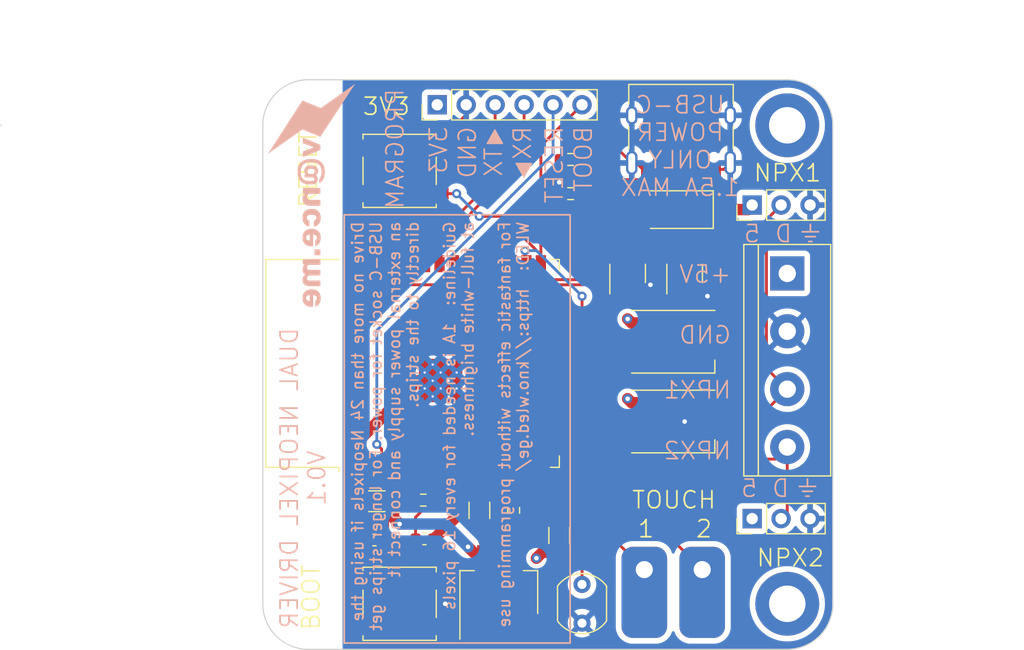
<source format=kicad_pcb>
(kicad_pcb (version 20221018) (generator pcbnew)
  (layers (0 "F.Cu" signal) (1 "In1.Cu" signal) (2 "In2.Cu" signal) (31 "B.Cu" signal) (34 "B.Paste" user) (35 "F.Paste" user) (36 "B.SilkS" user "B.Silkscreen") (37 "F.SilkS" user "F.Silkscreen") (38 "B.Mask" user) (39 "F.Mask" user) (44 "Edge.Cuts" user))
  (net 0 "")
  (net 1 "+5V")
  (net 2 "GND")
  (net 3 "+3V3")
  (net 4 "RESET")
  (net 5 "Net-(D1-DOUT)")
  (net 6 "NPX1")
  (net 7 "Net-(D2-A)")
  (net 8 "Net-(D3-DOUT)")
  (net 9 "NPX2")
  (net 10 "TOUCH1")
  (net 11 "TOUCH2")
  (net 12 "TXDO_PROG")
  (net 13 "RXDI_PROG")
  (net 14 "BOOT")
  (net 15 "LIGHT")
  (net 16 "Net-(D1-DIN)")
  (net 17 "Net-(D3-DIN)")
  (net 19 "Net-(J5-CC1)")
  (net 23 "Net-(J5-CC2)")
  (footprint "Resistor_SMD:R_0603_1608Metric_Pad0.98x0.95mm_HandSolder" (layer "F.Cu") (at 156 97 180)
    (fp_text reference "R1" hide)
    (fp_text value "5k1" hide)
  )
  (footprint "Resistor_SMD:R_0603_1608Metric_Pad0.98x0.95mm_HandSolder" (layer "F.Cu") (at 151 127.8 -90)
    (fp_text reference "R3" hide)
    (fp_text value "10k" hide)
  )
  (footprint "Package_TO_SOT_SMD:SOT-223-3_TabPin2" (layer "F.Cu") (at 149.7 135 90)
    (fp_text reference "U1" hide)
    (fp_text value "AMS1117-3.3" hide)
  )
  (footprint "Connector_PinHeader_2.54mm:PinHeader_1x03_P2.54mm_Vertical" (layer "F.Cu") (at 171.92 128.524 90)
    (fp_text reference "J4" hide)
    (fp_text value "NPX2" hide)
  )
  (footprint "RF_Module:ESP32-WROOM-32D" (layer "F.Cu") (at 145.13 114.9 90)
    (fp_text reference "U4" hide)
    (fp_text value "ESP32-WROOM-32D" hide)
  )
  (footprint "Resistor_SMD:R_0603_1608Metric_Pad0.98x0.95mm_HandSolder" (layer "F.Cu") (at 156 100 180)
    (fp_text reference "R2" hide)
    (fp_text value "5k1" hide)
  )
  (footprint "Button_Switch_SMD:SW_Push_1P1T_NO_CK_KSC7xxJ" (layer "F.Cu") (at 141 98)
    (fp_text reference "SW2" hide)
    (fp_text value "BOOT" hide)
  )
  (footprint "OptoDevice:R_LDR_5.1x4.3mm_P3.4mm_Vertical" (layer "F.Cu") (at 157 134.3 -90)
    (fp_text reference "R4" hide)
    (fp_text value "LDR07" hide)
  )
  (footprint "Connector_PinHeader_2.54mm:PinHeader_1x06_P2.54mm_Vertical" (layer "F.Cu") (at 144.3 92.2 90)
    (fp_text reference "J6" hide)
    (fp_text value "PROG" hide)
  )
  (footprint "USB-C_Power_Only:USB-C_LCSC_C165948" (layer "F.Cu") (at 165.68 94.2 180)
    (fp_text reference "J5" hide)
    (fp_text value "USB-C Power Only" hide)
  )
  (footprint "MountingHole:MountingHole_3.2mm_M3_DIN965_Pad" (layer "F.Cu") (at 175 94)
    (fp_text reference "REF**" hide)
    (fp_text value "MountingHole_3.2mm_M3_DIN965_Pad" hide)
  )
  (footprint "Capacitor_SMD:C_1206_3216Metric" (layer "F.Cu") (at 155 130 90)
    (fp_text reference "C1" hide)
    (fp_text value "10u" hide)
  )
  (footprint "Capacitor_SMD:C_0603_1608Metric" (layer "F.Cu") (at 143.175 130.3)
    (fp_text reference "C5" hide)
    (fp_text value "1u" hide)
  )
  (footprint "MountingHole:MountingHole_3.2mm_M3_DIN965_Pad" (layer "F.Cu") (at 175 136)
    (fp_text reference "REF**" hide)
    (fp_text value "MountingHole_3.2mm_M3_DIN965_Pad" hide)
  )
  (footprint "TerminalBlock:TerminalBlock_bornier-4_P5.08mm" (layer "F.Cu") (at 175 107 -90)
    (fp_text reference "J3" hide)
    (fp_text value "Screw_Terminal_01x04" hide)
  )
  (footprint "Power_Pads:2 x 0.2 Pads" (layer "F.Cu") (at 165 133)
    (fp_text reference "J1" hide)
    (fp_text value "TOUCH" hide)
  )
  (footprint "Diode_SMD:D_SMA" (layer "F.Cu") (at 165 101.4 180)
    (fp_text reference "D2" hide)
    (fp_text value "D_Schottky" hide)
  )
  (footprint "LED_SMD:LED_WS2812B_PLCC4_5.0x5.0mm_P3.2mm" (layer "F.Cu") (at 165 113)
    (fp_text reference "D1" hide)
    (fp_text value "WS2812B" hide)
  )
  (footprint "Connector_PinHeader_2.54mm:PinHeader_1x03_P2.54mm_Vertical" (layer "F.Cu") (at 171.92 101 90)
    (fp_text reference "J2" hide)
    (fp_text value "NPX1" hide)
  )
  (footprint "Resistor_SMD:R_0603_1608Metric" (layer "F.Cu") (at 143.075 126.9 180)
    (fp_text reference "R5" hide)
    (fp_text value "10k" hide)
  )
  (footprint "Package_TO_SOT_SMD:SOT-23-5" (layer "F.Cu") (at 166 107 90)
    (fp_text reference "U3" hide)
    (fp_text value "SN74LV1T34DBV" hide)
  )
  (footprint "Capacitor_SMD:C_1206_3216Metric" (layer "F.Cu") (at 148 127.8 90)
    (fp_text reference "C2" hide)
    (fp_text value "10u" hide)
  )
  (footprint "Package_TO_SOT_SMD:SOT-23-5" (layer "F.Cu") (at 161 107 90)
    (fp_text reference "U2" hide)
    (fp_text value "SN74LV1T34DBV" hide)
  )
  (footprint "LED_SMD:LED_WS2812B_PLCC4_5.0x5.0mm_P3.2mm" (layer "F.Cu") (at 165 120)
    (fp_text reference "D3" hide)
    (fp_text value "WS2812B" hide)
  )
  (footprint "Capacitor_SMD:C_0603_1608Metric" (layer "F.Cu") (at 138.8 130.4 180)
    (fp_text reference "C4" hide)
    (fp_text value "100n" hide)
  )
  (footprint "Button_Switch_SMD:SW_Push_1P1T_NO_CK_KSC7xxJ" (layer "F.Cu") (at 141 136 180)
    (fp_text reference "SW1" hide)
    (fp_text value "RESET" hide)
  )
  (footprint "Capacitor_SMD:C_1206_3216Metric" (layer "F.Cu") (at 139 127 180)
    (fp_text reference "C3" hide)
    (fp_text value "10u" hide)
  )
  (gr_poly (pts (xy 132.48185 109.197837) (xy 132.483064 109.229327) (xy 132.485088 109.260099) (xy 132.487921 109.290154) (xy 132.491564 109.319493) (xy 132.496016 109.348114) (xy 132.501278 109.376019) (xy 132.507349 109.403206) (xy 132.514229 109.429676) (xy 132.52192 109.45543) (xy 132.530419 109.480466) (xy 132.539728 109.504786) (xy 132.549847 109.528389) (xy 132.560775 109.551274) (xy 132.572513 109.573443) (xy 132.58506 109.594895) (xy 132.598301 109.616022) (xy 132.61212 109.636479) (xy 132.626518 109.656266) (xy 132.641493 109.675381) (xy 132.657047 109.693826) (xy 132.673179 109.711601) (xy 132.68989 109.728704) (xy 132.707178 109.745137) (xy 132.725045 109.760899) (xy 132.74349 109.77599) (xy 132.762513 109.790411) (xy 132.782114 109.80416) (xy 132.802293 109.81724) (xy 132.823051 109.829648) (xy 132.844387 109.841385) (xy 132.866301 109.852452) (xy 132.888701 109.862849) (xy 132.911494 109.872574) (xy 132.93468 109.881629) (xy 132.958259 109.890013) (xy 132.982232 109.897727) (xy 133.006598 109.904769) (xy 133.031356 109.911141) (xy 133.056509 109.916842) (xy 133.082054 109.921873) (xy 133.107992 109.926233) (xy 133.134324 109.929922) (xy 133.161049 109.93294) (xy 133.188167 109.935287) (xy 133.215678 109.936964) (xy 133.243582 109.93797) (xy 133.27188 109.938306) (xy 133.34293 109.938306) (xy 133.346955 109.938213) (xy 133.350886 109.937936) (xy 133.354726 109.937473) (xy 133.358473 109.936825) (xy 133.362127 109.935993) (xy 133.365689 109.934975) (xy 133.369158 109.933772) (xy 133.372535 109.932385) (xy 133.375819 109.930812) (xy 133.37901 109.929054) (xy 133.38211 109.927111) (xy 133.385116 109.924983) (xy 133.388031 109.92267) (xy 133.390852 109.920172) (xy 133.393581 109.917489) (xy 133.396218 109.914621) (xy 133.398728 109.911996) (xy 133.401075 109.909302) (xy 133.403261 109.906538) (xy 133.405284 109.903705) (xy 133.407146 109.900802) (xy 133.408846 109.89783) (xy 133.410384 109.894789) (xy 133.41176 109.891678) (xy 133.412975 109.888498) (xy 133.414027 109.885248) (xy 133.414917 109.88193) (xy 133.415646 109.878541) (xy 133.416213 109.875084) (xy 133.416617 109.871557) (xy 133.41686 109.86796) (xy 133.416941 109.864295) (xy 133.416941 108.916957) (xy 133.437664 108.916957) (xy 133.458896 108.918067) (xy 133.479665 108.919917) (xy 133.499972 108.922507) (xy 133.519816 108.925838) (xy 133.539197 108.929908) (xy 133.558116 108.934719) (xy 133.576573 108.94027) (xy 133.594566 108.946561) (xy 133.603332 108.950007) (xy 133.611866 108.953684) (xy 133.620169 108.957593) (xy 133.628241 108.961733) (xy 133.636082 108.966104) (xy 133.643691 108.970707) (xy 133.651069 108.975541) (xy 133.658216 108.980606) (xy 133.665131 108.985902) (xy 133.671815 108.99143) (xy 133.678268 108.997189) (xy 133.684489 109.00318) (xy 133.69048 109.009401) (xy 133.696239 109.015854) (xy 133.701766 109.022539) (xy 133.707063 109.029454) (xy 133.712081 109.036578) (xy 133.716776 109.043886) (xy 133.721148 109.05138) (xy 133.725195 109.059058) (xy 133.728919 109.066922) (xy 133.732319 109.074971) (xy 133.735395 109.083204) (xy 133.738147 109.091623) (xy 133.740576 109.100227) (xy 133.74268 109.109015) (xy 133.744461 109.117989) (xy 133.745918 109.127148) (xy 133.747051 109.136491) (xy 133.747861 109.14602) (xy 133.748347 109.155734) (xy 133.748509 109.165633) (xy 133.748231 109.180111) (xy 133.747884 109.187108) (xy 133.747398 109.193942) (xy 133.746774 109.200615) (xy 133.746011 109.207125) (xy 133.745109 109.213474) (xy 133.744068 109.219661) (xy 133.742888 109.225686) (xy 133.74157 109.231549) (xy 133.740113 109.23725) (xy 133.738517 109.242789) (xy 133.736782 109.248166) (xy 133.734909 109.253382) (xy 133.732897 109.258435) (xy 133.730746 109.263327) (xy 133.725519 109.273457) (xy 133.720199 109.283125) (xy 133.714787 109.29233) (xy 133.709283 109.301072) (xy 133.703686 109.309352) (xy 133.697996 109.317169) (xy 133.692214 109.324524) (xy 133.686339 109.331416) (xy 133.679817 109.337892) (xy 133.673573 109.343998) (xy 133.667605 109.349734) (xy 133.661916 109.3551) (xy 133.656504 109.360096) (xy 133.651369 109.364721) (xy 133.646512 109.368977) (xy 133.641933 109.372862) (xy 133.634902 109.379338) (xy 133.628611 109.385444) (xy 133.625743 109.388358) (xy 133.62306 109.39118) (xy 133.620562 109.393909) (xy 133.618249 109.396546) (xy 133.616121 109.39909) (xy 133.614179 109.401542) (xy 133.612421 109.403901) (xy 133.610848 109.406167) (xy 133.60946 109.408341) (xy 133.608258 109.410423) (xy 133.60724 109.412412) (xy 133.606408 109.414308) (xy 133.605332 109.416598) (xy 133.604326 109.419027) (xy 133.603389 109.421594) (xy 133.602522 109.4243) (xy 133.601724 109.427145) (xy 133.600996 109.430129) (xy 133.600337 109.433251) (xy 133.599747 109.436512) (xy 133.599226 109.439912) (xy 133.598775 109.443451) (xy 133.598394 109.447128) (xy 133.598082 109.450944) (xy 133.597839 109.454899) (xy 133.597665 109.458993) (xy 133.597561 109.463225) (xy 133.597527 109.467597) (xy 133.597527 109.834689) (xy 133.597596 109.838344) (xy 133.597804 109.841906) (xy 133.598151 109.845375) (xy 133.598637 109.848752) (xy 133.599261 109.852036) (xy 133.600024 109.855228) (xy 133.600926 109.858327) (xy 133.601967 109.861334) (xy 133.603147 109.864248) (xy 133.604465 109.867069) (xy 133.605922 109.869798) (xy 133.607518 109.872435) (xy 133.609253 109.874979) (xy 133.611126 109.87743) (xy 133.613138 109.879789) (xy 133.615289 109.882056) (xy 133.616229 109.883328) (xy 133.617197 109.884554) (xy 133.618195 109.885733) (xy 133.619221 109.886866) (xy 133.620276 109.887953) (xy 133.621361 109.888994) (xy 133.622474 109.889989) (xy 133.623616 109.890937) (xy 133.624787 109.891839) (xy 133.625986 109.892695) (xy 133.627215 109.893504) (xy 133.628473 109.894267) (xy 133.629759 109.894984) (xy 133.631075 109.895655) (xy 133.632419 109.89628) (xy 133.633792 109.896858) (xy 133.635194 109.89739) (xy 133.636625 109.897875) (xy 133.638085 109.898315) (xy 133.639574 109.898708) (xy 133.641092 109.899055) (xy 133.642639 109.899356) (xy 133.644214 109.89961) (xy 133.645819 109.899818) (xy 133.649115 109.900096) (xy 133.652526 109.900188) (xy 133.656053 109.900096) (xy 133.659696 109.899819) (xy 133.666068 109.899275) (xy 133.672601 109.898385) (xy 133.679297 109.897148) (xy 133.686155 109.895563) (xy 133.693174 109.893632) (xy 133.700355 109.891354) (xy 133.707699 109.888729) (xy 133.715204 109.885757) (xy 133.722871 109.882438) (xy 133.7307 109.878773) (xy 133.738691 109.87476) (xy 133.746844 109.8704) (xy 133.755158 109.865693) (xy 133.763635 109.86064) (xy 133.772273 109.855239) (xy 133.781073 109.849492) (xy 133.789955 109.843398) (xy 133.798836 109.836956) (xy 133.807717 109.830168) (xy 133.816599 109.823033) (xy 133.82548 109.815551) (xy 133.834361 109.807722) (xy 133.843242 109.799547) (xy 133.852124 109.791024) (xy 133.861005 109.782154) (xy 133.869886 109.772937) (xy 133.878768 109.763374) (xy 133.887649 109.753463) (xy 133.89653 109.743206) (xy 133.905411 109.732601) (xy 133.914293 109.72165) (xy 133.923174 109.710352) (xy 133.931593 109.699065) (xy 133.939826 109.687408) (xy 133.947875 109.675382) (xy 133.955739 109.662985) (xy 133.963417 109.650218) (xy 133.970911 109.637081) (xy 133.97822 109.623574) (xy 133.985343 109.609697) (xy 133.992282 109.59545) (xy 133.999035 109.580833) (xy 134.005604 109.565846) (xy 134.011987 109.550489) (xy 134.018185 109.534762) (xy 134.024199 109.518664) (xy 134.030027 109.502197) (xy 134.035671 109.485359) (xy 134.041048 109.468163) (xy 134.046078 109.45062) (xy 134.050762 109.432731) (xy 134.055098 109.414494) (xy 134.059088 109.39591) (xy 134.062731 109.376979) (xy 134.066027 109.357702) (xy 134.068975 109.338077) (xy 134.073832 109.297788) (xy 134.077302 109.25611) (xy 134.079383 109.213046) (xy 134.080077 109.168593) (xy 134.080078 109.168593) (xy 134.079338 109.125482) (xy 134.077117 109.083481) (xy 134.073417 109.04259) (xy 134.068236 109.002809) (xy 134.061575 108.964138) (xy 134.053434 108.926578) (xy 134.043813 108.890127) (xy 134.032711 108.854787) (xy 134.020129 108.820557) (xy 134.006067 108.787437) (xy 133.990525 108.755427) (xy 133.973502 108.724528) (xy 133.955 108.694739) (xy 133.935017 108.666059) (xy 133.913554 108.63849) (xy 133.89061 108.612032) (xy 133.86621 108.586903) (xy 133.840375 108.563323) (xy 133.813107 108.541294) (xy 133.784405 108.520814) (xy 133.754268 108.501883) (xy 133.722698 108.484502) (xy 133.689694 108.468671) (xy 133.655256 108.454389) (xy 133.619384 108.441657) (xy 133.582078 108.430474) (xy 133.543338 108.420841) (xy 133.503164 108.412758) (xy 133.461556 108.406224) (xy 133.418514 108.40124) (xy 133.374038 108.397805) (xy 133.328128 108.39592) (xy 133.224513 108.39592) (xy 133.195545 108.397365) (xy 133.167109 108.399482) (xy 133.139204 108.402268) (xy 133.123859 108.404207) (xy 133.123859 108.916956) (xy 133.123859 109.417268) (xy 133.117938 109.417268) (xy 133.094624 109.416806) (xy 133.083245 109.416228) (xy 133.072051 109.415418) (xy 133.061042 109.414378) (xy 133.050218 109.413105) (xy 133.039579 109.411602) (xy 133.029125 109.409868) (xy 133.018856 109.407902) (xy 133.008772 109.405705) (xy 132.998873 109.403276) (xy 132.989159 109.400616) (xy 132.97963 109.397726) (xy 132.970286 109.394603) (xy 132.961127 109.39125) (xy 132.952153 109.387665) (xy 132.943399 109.384207) (xy 132.9349 109.380495) (xy 132.926655 109.376528) (xy 132.918664 109.372308) (xy 132.910927 109.367832) (xy 132.903445 109.363102) (xy 132.896218 109.358118) (xy 132.889244 109.352879) (xy 132.882526 109.347386) (xy 132.876061 109.341639) (xy 132.869851 109.335637) (xy 132.863896 109.329381) (xy 132.858195 109.32287) (xy 132.852748 109.316105) (xy 132.847555 109.309085) (xy 132.842617 109.301811) (xy 132.837957 109.294688) (xy 132.833597 109.287379) (xy 132.829538 109.279886) (xy 132.82578 109.272207) (xy 132.822322 109.264344) (xy 132.819165 109.256295) (xy 132.816309 109.248061) (xy 132.813753 109.239642) (xy 132.811498 109.231039) (xy 132.809544 109.22225) (xy 132.80789 109.213276) (xy 132.806537 109.204117) (xy 132.805485 109.194773) (xy 132.804733 109.185244) (xy 132.804282 109.17553) (xy 132.804132 109.165631) (xy 132.804282 109.155732) (xy 132.804733 109.146018) (xy 132.805485 109.136489) (xy 132.806537 109.127146) (xy 132.80789 109.117987) (xy 132.809544 109.109013) (xy 132.811498 109.100224) (xy 132.813753 109.091621) (xy 132.816309 109.083202) (xy 132.819165 109.074969) (xy 132.822322 109.06692) (xy 132.82578 109.059057) (xy 132.829538 109.051378) (xy 132.833597 109.043885) (xy 132.837957 109.036576) (xy 132.842617 109.029453) (xy 132.847555 109.022884) (xy 132.852748 109.016501) (xy 132.858195 109.010302) (xy 132.863896 109.004289) (xy 132.869851 108.99846) (xy 132.876061 108.992817) (xy 132.882526 108.987359) (xy 132.889244 108.982085) (xy 132.896218 108.976997) (xy 132.903445 108.972094) (xy 132.910927 108.967375) (xy 132.918664 108.962842) (xy 132.926655 108.958494) (xy 132.9349 108.954331) (xy 132.943399 108.950352) (xy 132.952153 108.946559) (xy 132.961127 108.942974) (xy 132.970286 108.939621) (xy 132.97963 108.936499) (xy 132.989159 108.933608) (xy 132.998873 108.930948) (xy 133.008772 108.92852) (xy 133.018856 108.926322) (xy 133.029125 108.924357) (xy 133.039579 108.922622) (xy 133.050218 108.921119) (xy 133.061042 108.919847) (xy 133.072051 108.918806) (xy 133.083245 108.917996) (xy 133.094624 108.917418) (xy 133.106188 108.917071) (xy 133.117938 108.916956) (xy 133.123859 108.916956) (xy 133.123859 108.404207) (xy 133.111832 108.405726) (xy 133.084991 108.409854) (xy 133.058683 108.414654) (xy 133.032906 108.420123) (xy 133.007662 108.426264) (xy 132.982949 108.433075) (xy 132.958768 108.440557) (xy 132.93512 108.44871) (xy 132.912003 108.457533) (xy 132.889418 108.467028) (xy 132.867365 108.477193) (xy 132.845844 108.488028) (xy 132.824855 108.499535) (xy 132.804086 108.512024) (xy 132.783964 108.525068) (xy 132.76449 108.538668) (xy 132.745663 108.552822) (xy 132.727485 108.567532) (xy 132.709953 108.582797) (xy 132.69307 108.598617) (xy 132.676833 108.614992) (xy 132.661245 108.631921) (xy 132.646304 108.649407) (xy 132.632011 108.667447) (xy 132.618365 108.686042) (xy 132.605367 108.705192) (xy 132.593016 108.724897) (xy 132.581313 108.745158) (xy 132.570258 108.765973) (xy 132.559503 108.787656) (xy 132.549442 108.809778) (xy 132.540075 108.83234) (xy 132.531402 108.855341) (xy 132.523423 108.878782) (xy 132.516138 108.902662) (xy 132.509546 108.926981) (xy 132.503648 108.95174) (xy 132.498444 108.976939) (xy 132.493934 109.002576) (xy 132.490118 109.028654) (xy 132.486996 109.05517) (xy 132.484567 109.082126) (xy 132.482833 109.109522) (xy 132.481792 109.137357) (xy 132.481445 109.165631)) (fill solid) (layer "B.SilkS"))
  (gr_poly (pts (xy 132.481723 107.595001) (xy 132.482556 107.613862) (xy 132.483943 107.632468) (xy 132.485886 107.650821) (xy 132.488384 107.668919) (xy 132.491437 107.686762) (xy 132.495045 107.704351) (xy 132.499208 107.721686) (xy 132.503926 107.738766) (xy 132.509199 107.755592) (xy 132.515028 107.772164) (xy 132.521411 107.788481) (xy 132.52835 107.804544) (xy 132.535843 107.820352) (xy 132.543892 107.835906) (xy 132.552496 107.851206) (xy 132.561307 107.866551) (xy 132.570721 107.881504) (xy 132.580735 107.896063) (xy 132.591351 107.910229) (xy 132.602568 107.924002) (xy 132.614387 107.937382) (xy 132.626807 107.950368) (xy 132.639828 107.962962) (xy 132.653451 107.975162) (xy 132.667675 107.986969) (xy 132.6825 107.998383) (xy 132.697927 108.009404) (xy 132.713954 108.020031) (xy 132.730584 108.030265) (xy 132.747814 108.040107) (xy 132.765646 108.049555) (xy 132.783744 108.058517) (xy 132.802513 108.0669) (xy 132.821952 108.074706) (xy 132.842063 108.081934) (xy 132.862843 108.088583) (xy 132.884295 108.094654) (xy 132.906417 108.100147) (xy 132.92921 108.105062) (xy 132.952674 108.109398) (xy 132.976808 108.113157) (xy 133.001614 108.116337) (xy 133.027089 108.118939) (xy 133.053236 108.120962) (xy 133.080053 108.122408) (xy 133.107542 108.123275) (xy 133.1357 108.123564) (xy 133.976462 108.123564) (xy 133.980487 108.123472) (xy 133.984418 108.123194) (xy 133.988258 108.122732) (xy 133.992004 108.122084) (xy 133.995659 108.121251) (xy 133.99922 108.120234) (xy 134.00269 108.119031) (xy 134.006066 108.117643) (xy 134.009351 108.116071) (xy 134.012542 108.114313) (xy 134.015642 108.11237) (xy 134.018648 108.110242) (xy 134.021563 108.107929) (xy 134.024384 108.105432) (xy 134.027113 108.102749) (xy 134.02975 108.099881) (xy 134.03226 108.097256) (xy 134.034607 108.094562) (xy 134.036793 108.091798) (xy 134.038816 108.088965) (xy 134.040678 108.086062) (xy 134.042378 108.08309) (xy 134.043916 108.080049) (xy 134.045292 108.076938) (xy 134.046507 108.073758) (xy 134.047559 108.070508) (xy 134.048449 108.06719) (xy 134.049178 108.063801) (xy 134.049745 108.060344) (xy 134.050149 108.056817) (xy 134.050392 108.05322) (xy 134.050473 108.049555) (xy 134.050473 107.706145) (xy 134.050392 107.702109) (xy 134.050149 107.698142) (xy 134.049745 107.694245) (xy 134.049178 107.690417) (xy 134.048449 107.686659) (xy 134.047559 107.68297) (xy 134.046507 107.67935) (xy 134.045292 107.6758) (xy 134.043916 107.672319) (xy 134.042378 107.668908) (xy 134.040678 107.665566) (xy 134.038816 107.662293) (xy 134.036793 107.65909) (xy 134.034607 107.655956) (xy 134.03226 107.652891) (xy 134.02975 107.649896) (xy 134.027113 107.647387) (xy 134.024384 107.645039) (xy 134.021563 107.642854) (xy 134.018648 107.64083) (xy 134.015642 107.638968) (xy 134.012543 107.637268) (xy 134.009351 107.63573) (xy 134.006067 107.634354) (xy 134.00269 107.63314) (xy 133.999221 107.632088) (xy 133.995659 107.631197) (xy 133.992005 107.630469) (xy 133.988258 107.629902) (xy 133.984418 107.629497) (xy 133.980487 107.629254) (xy 133.976462 107.629173) (xy 133.156423 107.629173) (xy 133.131213 107.628711) (xy 133.119129 107.628133) (xy 133.107391 107.627323) (xy 133.096 107.626282) (xy 133.084956 107.62501) (xy 133.07426 107.623507) (xy 133.06391 107.621773) (xy 133.053907 107.619807) (xy 133.044251 107.61761) (xy 133.034941 107.615181) (xy 133.025979 107.612521) (xy 133.017364 107.60963) (xy 133.009095 107.606508) (xy 133.001174 107.603155) (xy 132.993599 107.59957) (xy 132.985967 107.595788) (xy 132.978612 107.591845) (xy 132.971535 107.58774) (xy 132.964735 107.583473) (xy 132.958213 107.579044) (xy 132.951968 107.574453) (xy 132.946001 107.5697) (xy 132.940312 107.564785) (xy 132.9349 107.559709) (xy 132.929765 107.55447) (xy 132.924908 107.54907) (xy 132.920329 107.543507) (xy 132.916027 107.537783) (xy 132.912002 107.531897) (xy 132.908256 107.525848) (xy 132.904786 107.519638) (xy 132.90156 107.513289) (xy 132.898542 107.506825) (xy 132.895732 107.500245) (xy 132.89313 107.493549) (xy 132.890736 107.486737) (xy 132.88855 107.47981) (xy 132.886573 107.472768) (xy 132.884804 107.465609) (xy 132.883242 107.458336) (xy 132.881889 107.450946) (xy 132.880745 107.443441) (xy 132.879808 107.43582) (xy 132.879079 107.428084) (xy 132.878559 107.420232) (xy 132.878247 107.412264) (xy 132.878143 107.404181) (xy 132.878247 107.39752) (xy 132.878559 107.390859) (xy 132.879079 107.384198) (xy 132.879808 107.377537) (xy 132.880745 107.370876) (xy 132.881889 107.364215) (xy 132.883242 107.357554) (xy 132.884804 107.350893) (xy 132.886573 107.344232) (xy 132.88855 107.337571) (xy 132.890736 107.33091) (xy 132.89313 107.324249) (xy 132.895732 107.317588) (xy 132.898542 107.310927) (xy 132.90156 107.304266) (xy 132.904786 107.297605) (xy 132.908256 107.291383) (xy 132.912002 107.2853) (xy 132.916027 107.279356) (xy 132.920329 107.273551) (xy 132.924908 107.267885) (xy 132.929765 107.262357) (xy 132.934899 107.256968) (xy 132.940311 107.251718) (xy 132.946001 107.246607) (xy 132.951968 107.241634) (xy 132.958213 107.2368) (xy 132.964735 107.232105) (xy 132.971535 107.227549) (xy 132.978612 107.223131) (xy 132.985967 107.218853) (xy 132.993599 107.214713) (xy 133.001174 107.211128) (xy 133.009095 107.207774) (xy 133.017364 107.204652) (xy 133.025979 107.201761) (xy 133.034941 107.199101) (xy 133.044251 107.196673) (xy 133.053907 107.194476) (xy 133.06391 107.19251) (xy 133.07426 107.190775) (xy 133.084956 107.189272) (xy 133.096 107.188) (xy 133.107391 107.186959) (xy 133.119129 107.18615) (xy 133.131213 107.185572) (xy 133.143645 107.185225) (xy 133.156423 107.185109) (xy 133.976462 107.185109) (xy 133.980487 107.185028) (xy 133.984418 107.184785) (xy 133.988258 107.184381) (xy 133.992004 107.183814) (xy 133.995659 107.183085) (xy 133.99922 107.182195) (xy 134.00269 107.181143) (xy 134.006066 107.179928) (xy 134.009351 107.178552) (xy 134.012542 107.177014) (xy 134.015642 107.175314) (xy 134.018648 107.173452) (xy 134.021563 107.171429) (xy 134.024384 107.169243) (xy 134.027113 107.166896) (xy 134.02975 107.164386) (xy 134.03226 107.161749) (xy 134.034607 107.15902) (xy 134.036793 107.156199) (xy 134.038816 107.153284) (xy 134.040678 107.150278) (xy 134.042378 107.147179) (xy 134.043916 107.143987) (xy 134.045292 107.140703) (xy 134.046507 107.137326) (xy 134.047559 107.133856) (xy 134.048449 107.130295) (xy 134.049178 107.12664) (xy 134.049745 107.122893) (xy 134.050149 107.119054) (xy 134.050392 107.115122) (xy 134.050473 107.111098) (xy 134.050473 106.767688) (xy 134.050392 106.763664) (xy 134.050149 106.759732) (xy 134.049745 106.755893) (xy 134.049178 106.752146) (xy 134.048449 106.748492) (xy 134.047559 106.744931) (xy 134.046507 106.741461) (xy 134.045292 106.738085) (xy 134.043916 106.734801) (xy 134.042378 106.731609) (xy 134.040678 106.72851) (xy 134.038816 106.725503) (xy 134.036793 106.722589) (xy 134.034607 106.719767) (xy 134.03226 106.717038) (xy 134.02975 106.714401) (xy 134.027113 106.711892) (xy 134.024384 106.709544) (xy 134.021563 106.707359) (xy 134.018648 106.705335) (xy 134.015642 106.703473) (xy 134.012543 106.701773) (xy 134.009351 106.700235) (xy 134.006067 106.698859) (xy 134.00269 106.697645) (xy 133.999221 106.696593) (xy 133.995659 106.695702) (xy 133.992005 106.694974) (xy 133.988258 106.694407) (xy 133.984418 106.694002) (xy 133.980487 106.693759) (xy 133.976462 106.693678) (xy 133.156423 106.693678) (xy 133.143645 106.693551) (xy 133.131213 106.69317) (xy 133.119129 106.692534) (xy 133.107391 106.691643) (xy 133.096 106.690498) (xy 133.084956 106.689099) (xy 133.07426 106.687445) (xy 133.06391 106.685537) (xy 133.053907 106.683375) (xy 133.044251 106.680958) (xy 133.034941 106.678286) (xy 133.025979 106.67536) (xy 133.017364 106.67218) (xy 133.009095 106.668746) (xy 133.001174 106.665057) (xy 132.993599 106.661113) (xy 132.985967 106.656973) (xy 132.978612 106.652694) (xy 132.971535 106.648277) (xy 132.964735 106.64372) (xy 132.958213 106.639025) (xy 132.951968 106.634191) (xy 132.946001 106.629219) (xy 132.940312 106.624107) (xy 132.9349 106.618857) (xy 132.929765 106.613468) (xy 132.924908 106.607941) (xy 132.920329 106.602274) (xy 132.916027 106.596469) (xy 132.912002 106.590525) (xy 132.908256 106.584443) (xy 132.904786 106.578221) (xy 132.90156 106.571884) (xy 132.898542 106.565455) (xy 132.895732 106.558932) (xy 132.89313 106.552318) (xy 132.890736 106.545611) (xy 132.88855 106.538811) (xy 132.886573 106.531919) (xy 132.884804 106.524934) (xy 132.883242 106.517857) (xy 132.881889 106.510687) (xy 132.880745 106.503425) (xy 132.879808 106.49607) (xy 132.879079 106.488623) (xy 132.878559 106.481083) (xy 132.878247 106.473451) (xy 132.878143 106.465726) (xy 132.878247 106.459065) (xy 132.878559 106.452404) (xy 132.879079 106.445743) (xy 132.879808 106.439082) (xy 132.880745 106.432421) (xy 132.881889 106.42576) (xy 132.883242 106.419099) (xy 132.884804 106.412438) (xy 132.886573 106.405777) (xy 132.88855 106.399115) (xy 132.890736 106.392454) (xy 132.89313 106.385793) (xy 132.895732 106.379132) (xy 132.898542 106.372471) (xy 132.90156 106.36581) (xy 132.904786 106.359149) (xy 132.908256 106.352928) (xy 132.912002 106.346845) (xy 132.916027 106.340901) (xy 132.920329 106.335096) (xy 132.924908 106.32943) (xy 132.929765 106.323902) (xy 132.934899 106.318513) (xy 132.940311 106.313263) (xy 132.946001 106.308152) (xy 132.951968 106.303179) (xy 132.958213 106.298345) (xy 132.964735 106.29365) (xy 132.971535 106.289094) (xy 132.978612 106.284676) (xy 132.985967 106.280397) (xy 132.993599 106.276257) (xy 133.001162 106.272673) (xy 133.009049 106.269319) (xy 133.01726 106.266197) (xy 133.025794 106.263306) (xy 133.034652 106.260646) (xy 133.043834 106.258218) (xy 133.05334 106.256021) (xy 133.06317 106.254055) (xy 133.073323 106.25232) (xy 133.0838 106.250817) (xy 133.094601 106.249545) (xy 133.105726 106.248504) (xy 133.117174 106.247695) (xy 133.128947 106.247116) (xy 133.141043 106.24677) (xy 133.153463 106.246654) (xy 133.976462 106.246654) (xy 133.980487 106.246561) (xy 133.984418 106.246284) (xy 133.988258 106.245821) (xy 133.992004 106.245174) (xy 133.995659 106.244341) (xy 133.99922 106.243323) (xy 134.00269 106.24212) (xy 134.006066 106.240733) (xy 134.009351 106.23916) (xy 134.012542 106.237402) (xy 134.015642 106.235459) (xy 134.018648 106.233331) (xy 134.021563 106.231018) (xy 134.024384 106.22852) (xy 134.027113 106.225837) (xy 134.02975 106.222969) (xy 134.03226 106.220333) (xy 134.034607 106.217603) (xy 134.036793 106.214782) (xy 134.038816 106.211868) (xy 134.040678 106.208861) (xy 134.042378 106.205762) (xy 134.043916 106.20257) (xy 134.045292 106.199286) (xy 134.046507 106.195909) (xy 134.047559 106.19244) (xy 134.048449 106.188878) (xy 134.049178 106.185224) (xy 134.049745 106.181477) (xy 134.050149 106.177638) (xy 134.050392 106.173707) (xy 134.050473 106.169682) (xy 134.050473 105.820352) (xy 134.050393 105.816328) (xy 134.05015 105.812396) (xy 134.049745 105.808557) (xy 134.049178 105.80481) (xy 134.04845 105.801155) (xy 134.047559 105.797594) (xy 134.046507 105.794124) (xy 134.045293 105.790748) (xy 134.043917 105.787463) (xy 134.042379 105.784272) (xy 134.040679 105.781172) (xy 134.038817 105.778166) (xy 134.036793 105.775251) (xy 134.034607 105.77243) (xy 134.03226 105.769701) (xy 134.029751 105.767064) (xy 134.027114 105.764555) (xy 134.024385 105.762207) (xy 134.021563 105.760021) (xy 134.018649 105.757998) (xy 134.015642 105.756136) (xy 134.012543 105.754436) (xy 134.009351 105.752898) (xy 134.006067 105.751522) (xy 134.00269 105.750308) (xy 133.999221 105.749255) (xy 133.995659 105.748365) (xy 133.992005 105.747636) (xy 133.988258 105.74707) (xy 133.984419 105.746665) (xy 133.980487 105.746422) (xy 133.976463 105.746341) (xy 132.585061 105.746341) (xy 132.581036 105.746422) (xy 132.577104 105.746665) (xy 132.573265 105.74707) (xy 132.569518 105.747636) (xy 132.565864 105.748365) (xy 132.562302 105.749255) (xy 132.558833 105.750308) (xy 132.555456 105.751522) (xy 132.552172 105.752898) (xy 132.54898 105.754436) (xy 132.545881 105.756136) (xy 132.542874 105.757998) (xy 132.53996 105.760021) (xy 132.537139 105.762207) (xy 132.534409 105.764555) (xy 132.531773 105.767064) (xy 132.529263 105.769701) (xy 132.526916 105.77243) (xy 132.52473 105.775251) (xy 132.522706 105.778166) (xy 132.520844 105.781172) (xy 132.519144 105.784272) (xy 132.517606 105.787463) (xy 132.51623 105.790748) (xy 132.515016 105.794124) (xy 132.513964 105.797594) (xy 132.513073 105.801155) (xy 132.512345 105.80481) (xy 132.511778 105.808557) (xy 132.511373 105.812396) (xy 132.51113 105.816328) (xy 132.511049 105.820352) (xy 132.511049 106.143039) (xy 132.51113 106.147063) (xy 132.511373 106.150995) (xy 132.511778 106.154834) (xy 132.512345 106.158581) (xy 132.513073 106.162235) (xy 132.513964 106.165797) (xy 132.515016 106.169266) (xy 132.51623 106.172642) (xy 132.517606 106.175927) (xy 132.519144 106.179118) (xy 132.520844 106.182218) (xy 132.522706 106.185224) (xy 132.52473 106.188138) (xy 132.526916 106.19096) (xy 132.529263 106.193689) (xy 132.531773 106.196326) (xy 132.534409 106.198835) (xy 132.537138 106.201183) (xy 132.53996 106.203368) (xy 132.542874 106.205392) (xy 132.545881 106.207254) (xy 132.54898 106.208954) (xy 132.552172 106.210492) (xy 132.555456 106.211868) (xy 132.558833 106.213082) (xy 132.562302 106.214135) (xy 132.565864 106.215025) (xy 132.569518 106.215754) (xy 132.573265 106.21632) (xy 132.577104 106.216725) (xy 132.581036 106.216968) (xy 132.585061 106.217049) (xy 132.685715 106.217049) (xy 132.675805 106.224635) (xy 132.666056 106.232591) (xy 132.656469 106.240917) (xy 132.647044 106.249614) (xy 132.637782 106.25868) (xy 132.628681 106.268117) (xy 132.619741 106.277923) (xy 132.610964 106.288099) (xy 132.602349 106.298646) (xy 132.593896 106.309562) (xy 132.585604 106.320849) (xy 132.577474 106.332506) (xy 132.569507 106.344532) (xy 132.561701 106.356929) (xy 132.554057 106.369696) (xy 132.546575 106.382832) (xy 132.539035 106.396305) (xy 132.531958 106.410078) (xy 132.525343 106.424152) (xy 132.519191 106.438526) (xy 132.513501 106.453201) (xy 132.508274 106.468177) (xy 132.50351 106.483453) (xy 132.499208 106.49903) (xy 132.495368 106.514908) (xy 132.491992 106.531086) (xy 132.489078 106.547565) (xy 132.486626 106.564345) (xy 132.484637 106.581425) (xy 132.483111 106.598806) (xy 132.482047 106.616487) (xy 132.481445 106.63447) (xy 132.481758 106.676193) (xy 132.484174 106.716252) (xy 132.488696 106.754645) (xy 132.495322 106.791373) (xy 132.504053 106.826435) (xy 132.514889 106.859833) (xy 132.527829 106.891565) (xy 132.542874 106.921632) (xy 132.560024 106.950033) (xy 132.579278 106.97677) (xy 132.600637 107.001841) (xy 132.624101 107.025247) (xy 132.649669 107.046987) (xy 132.677342 107.067062) (xy 132.70712 107.085472) (xy 132.739003 107.102217) (xy 132.725103 107.11096) (xy 132.711526 107.120165) (xy 132.698274 107.129832) (xy 132.685345 107.139963) (xy 132.67274 107.150555) (xy 132.660459 107.161611) (xy 132.648502 107.173129) (xy 132.636868 107.185109) (xy 132.625558 107.197552) (xy 132.614572 107.210458) (xy 132.60391 107.223826) (xy 132.593572 107.237656) (xy 132.583557 107.25195) (xy 132.573866 107.266705) (xy 132.564499 107.281924) (xy 132.555456 107.297605) (xy 132.546494 107.313609) (xy 132.53811 107.329799) (xy 132.530304 107.346174) (xy 132.523076 107.362734) (xy 132.516427 107.379479) (xy 132.510356 107.396409) (xy 132.504863 107.413524) (xy 132.499948 107.430824) (xy 132.495611 107.448309) (xy 132.491853 107.465979) (xy 132.488673 107.483834) (xy 132.486071 107.501874) (xy 132.484047 107.5201) (xy 132.482602 107.53851) (xy 132.481734 107.557105) (xy 132.481445 107.575885)) (fill solid) (layer "B.SilkS"))
  (gr_poly (pts (xy 132.511131 95.522812) (xy 132.511374 95.527415) (xy 132.511778 95.531879) (xy 132.512345 95.536204) (xy 132.513073 95.54039) (xy 132.513964 95.544438) (xy 132.515016 95.548346) (xy 132.51623 95.552116) (xy 132.517607 95.555747) (xy 132.519145 95.55924) (xy 132.520845 95.562593) (xy 132.522707 95.565808) (xy 132.52473 95.568884) (xy 132.526916 95.571822) (xy 132.529264 95.57462) (xy 132.531773 95.57728) (xy 132.534363 95.579812) (xy 132.536954 95.582229) (xy 132.539544 95.584531) (xy 132.542135 95.586716) (xy 132.544725 95.588786) (xy 132.547315 95.59074) (xy 132.549906 95.592579) (xy 132.552496 95.594302) (xy 132.555086 95.59591) (xy 132.557677 95.597401) (xy 132.560267 95.598778) (xy 132.562858 95.600038) (xy 132.565448 95.601183) (xy 132.568038 95.602212) (xy 132.570629 95.603126) (xy 132.573219 95.603924) (xy 133.482071 95.938452) (xy 132.573219 96.275941) (xy 132.570629 96.276739) (xy 132.568038 96.277653) (xy 132.565448 96.278682) (xy 132.562858 96.279827) (xy 132.560267 96.281087) (xy 132.557677 96.282464) (xy 132.555086 96.283955) (xy 132.552496 96.285563) (xy 132.549906 96.287286) (xy 132.547315 96.289125) (xy 132.544725 96.291079) (xy 132.542135 96.293149) (xy 132.539544 96.295334) (xy 132.536954 96.297636) (xy 132.534363 96.300052) (xy 132.531773 96.302585) (xy 132.529264 96.305245) (xy 132.526916 96.308043) (xy 132.52473 96.310981) (xy 132.522707 96.314057) (xy 132.520845 96.317271) (xy 132.519145 96.320625) (xy 132.517607 96.324117) (xy 132.51623 96.327749) (xy 132.515016 96.331518) (xy 132.513964 96.335427) (xy 132.513073 96.339475) (xy 132.512345 96.343661) (xy 132.511778 96.347986) (xy 132.511374 96.35245) (xy 132.511131 96.357052) (xy 132.51105 96.361794) (xy 132.51105 96.696322) (xy 132.511131 96.699629) (xy 132.511374 96.702891) (xy 132.511778 96.706105) (xy 132.512345 96.709274) (xy 132.513073 96.712396) (xy 132.513964 96.715472) (xy 132.515016 96.718502) (xy 132.51623 96.721486) (xy 132.517607 96.724423) (xy 132.519145 96.727314) (xy 132.520845 96.730159) (xy 132.522707 96.732958) (xy 132.52473 96.73571) (xy 132.526916 96.738416) (xy 132.529264 96.741076) (xy 132.531773 96.743689) (xy 132.534028 96.746198) (xy 132.536352 96.748546) (xy 132.538746 96.750732) (xy 132.541209 96.752755) (xy 132.543742 96.754617) (xy 132.546344 96.756317) (xy 132.549015 96.757855) (xy 132.551756 96.759231) (xy 132.554566 96.760446) (xy 132.557445 96.761498) (xy 132.560394 96.762388) (xy 132.563413 96.763117) (xy 132.5665 96.763684) (xy 132.569657 96.764088) (xy 132.572884 96.764331) (xy 132.57618 96.764412) (xy 132.578018 96.764389) (xy 132.579834 96.76432) (xy 132.581626 96.764204) (xy 132.583396 96.764042) (xy 132.585142 96.763834) (xy 132.586865 96.763579) (xy 132.588565 96.763279) (xy 132.590242 96.762932) (xy 132.591895 96.762539) (xy 132.593526 96.762099) (xy 132.595133 96.761613) (xy 132.596717 96.761081) (xy 132.598279 96.760503) (xy 132.599817 96.759879) (xy 132.601332 96.759208) (xy 132.602823 96.758491) (xy 133.976463 96.198969) (xy 133.98014 96.197443) (xy 133.983772 96.195824) (xy 133.987356 96.194112) (xy 133.990895 96.192308) (xy 133.994387 96.190412) (xy 133.997834 96.188423) (xy 134.001233 96.186341) (xy 134.004587 96.184167) (xy 134.007894 96.181901) (xy 134.011156 96.179542) (xy 134.01437 96.17709) (xy 134.017539 96.174546) (xy 134.020661 96.171909) (xy 134.023737 96.16918) (xy 134.026767 96.166358) (xy 134.029751 96.163444) (xy 134.03226 96.16075) (xy 134.034608 96.157847) (xy 134.036793 96.154736) (xy 134.038817 96.151418) (xy 134.040679 96.14789) (xy 134.042379 96.144155) (xy 134.043917 96.140212) (xy 134.045293 96.13606) (xy 134.046507 96.131701) (xy 134.04756 96.127133) (xy 134.04845 96.122357) (xy 134.049179 96.117372) (xy 134.049745 96.11218) (xy 134.05015 96.10678) (xy 134.050393 96.101171) (xy 134.050474 96.095354) (xy 134.050473 95.78155) (xy 134.050393 95.776092) (xy 134.05015 95.770818) (xy 134.049745 95.76573) (xy 134.049178 95.760827) (xy 134.04845 95.756109) (xy 134.047559 95.751576) (xy 134.046507 95.747227) (xy 134.045293 95.743064) (xy 134.043917 95.739086) (xy 134.042379 95.735293) (xy 134.040679 95.731685) (xy 134.038817 95.728262) (xy 134.036793 95.725024) (xy 134.034607 95.721971) (xy 134.03226 95.719103) (xy 134.029751 95.71642) (xy 134.023737 95.711332) (xy 134.017539 95.706429) (xy 134.011155 95.701711) (xy 134.004587 95.697178) (xy 133.997833 95.69283) (xy 133.990895 95.688667) (xy 133.983771 95.684688) (xy 133.976463 95.680895) (xy 132.602823 95.121374) (xy 132.601332 95.120657) (xy 132.599817 95.119986) (xy 132.598279 95.119362) (xy 132.596717 95.118783) (xy 132.595133 95.118251) (xy 132.593526 95.117766) (xy 132.591895 95.117326) (xy 132.590241 95.116933) (xy 132.588565 95.116586) (xy 132.586865 95.116285) (xy 132.585142 95.116031) (xy 132.583395 95.115823) (xy 132.581626 95.115661) (xy 132.579834 95.115545) (xy 132.578018 95.115476) (xy 132.57618 95.115453) (xy 132.572884 95.115522) (xy 132.569657 95.11573) (xy 132.5665 95.116077) (xy 132.563413 95.116563) (xy 132.560395 95.117187) (xy 132.557446 95.117951) (xy 132.554566 95.118853) (xy 132.551756 95.119893) (xy 132.549015 95.121073) (xy 132.546344 95.122391) (xy 132.543742 95.123848) (xy 132.54121 95.125444) (xy 132.538746 95.127179) (xy 132.536353 95.129052) (xy 132.534028 95.131064) (xy 132.531773 95.133215) (xy 132.529264 95.13584) (xy 132.526916 95.138535) (xy 132.52473 95.141298) (xy 132.522707 95.144132) (xy 132.520845 95.147034) (xy 132.519145 95.150006) (xy 132.517607 95.153048) (xy 132.51623 95.156158) (xy 132.515016 95.159339) (xy 132.513964 95.162588) (xy 132.513073 95.165907) (xy 132.512345 95.169295) (xy 132.511778 95.172753) (xy 132.511374 95.17628) (xy 132.511131 95.179877) (xy 132.51105 95.183542) (xy 132.51105 95.518071)) (fill solid) (layer "B.SilkS"))
  (gr_rect (start 136.144 101.854) (end 155.956 139.446) (stroke (width 0.15)) (fill none) (layer "B.SilkS"))
  (gr_poly (pts (xy 133.52657 105.34183) (xy 133.526847 105.345762) (xy 133.52731 105.349601) (xy 133.527957 105.353348) (xy 133.52879 105.357002) (xy 133.529808 105.360564) (xy 133.53101 105.364033) (xy 133.532398 105.36741) (xy 133.533971 105.370694) (xy 133.535729 105.373886) (xy 133.537671 105.376985) (xy 133.539799 105.379992) (xy 133.542112 105.382906) (xy 133.54461 105.385728) (xy 133.547293 105.388457) (xy 133.550161 105.391094) (xy 133.552786 105.393961) (xy 133.55548 105.396644) (xy 133.558244 105.399142) (xy 133.561077 105.401455) (xy 133.56398 105.403583) (xy 133.566952 105.405525) (xy 133.569993 105.407283) (xy 133.573104 105.408856) (xy 133.576284 105.410243) (xy 133.579534 105.411446) (xy 133.582853 105.412464) (xy 133.586241 105.413296) (xy 133.589699 105.413944) (xy 133.593226 105.414407) (xy 133.596822 105.414684) (xy 133.600488 105.414777) (xy 133.976463 105.414777) (xy 133.980487 105.414684) (xy 133.984419 105.414407) (xy 133.988258 105.413944) (xy 133.992005 105.413296) (xy 133.995659 105.412464) (xy 133.999221 105.411446) (xy 134.00269 105.410243) (xy 134.006067 105.408856) (xy 134.009351 105.407283) (xy 134.012543 105.405525) (xy 134.015642 105.403583) (xy 134.018649 105.401455) (xy 134.021563 105.399142) (xy 134.024385 105.396644) (xy 134.027114 105.393961) (xy 134.029751 105.391094) (xy 134.03226 105.388457) (xy 134.034607 105.385728) (xy 134.036793 105.382906) (xy 134.038817 105.379992) (xy 134.040679 105.376985) (xy 134.042379 105.373886) (xy 134.043917 105.370694) (xy 134.045293 105.36741) (xy 134.046507 105.364033) (xy 134.047559 105.360564) (xy 134.04845 105.357002) (xy 134.049178 105.353348) (xy 134.049745 105.349601) (xy 134.05015 105.345762) (xy 134.050393 105.34183) (xy 134.050473 105.337805) (xy 134.050473 104.964792) (xy 134.050393 104.960768) (xy 134.05015 104.956836) (xy 134.049745 104.952996) (xy 134.049178 104.949249) (xy 134.04845 104.945595) (xy 134.047559 104.942033) (xy 134.046507 104.938564) (xy 134.045293 104.935187) (xy 134.043917 104.931903) (xy 134.042379 104.928711) (xy 134.040679 104.925612) (xy 134.038817 104.922605) (xy 134.036793 104.919691) (xy 134.034607 104.91687) (xy 134.03226 104.91414) (xy 134.029751 104.911504) (xy 134.027114 104.908994) (xy 134.024385 104.906647) (xy 134.021563 104.904461) (xy 134.018649 104.902437) (xy 134.015642 104.900576) (xy 134.012543 104.898876) (xy 134.009351 104.897338) (xy 134.006067 104.895961) (xy 134.00269 104.894747) (xy 133.999221 104.893695) (xy 133.995659 104.892804) (xy 133.992005 104.892076) (xy 133.988258 104.891509) (xy 133.984419 104.891105) (xy 133.980487 104.890862) (xy 133.976463 104.890781) (xy 133.600488 104.890781) (xy 133.596822 104.890862) (xy 133.593226 104.891105) (xy 133.589699 104.891509) (xy 133.586241 104.892076) (xy 133.582853 104.892804) (xy 133.579534 104.893695) (xy 133.576284 104.894747) (xy 133.573104 104.895961) (xy 133.569993 104.897338) (xy 133.566952 104.898876) (xy 133.56398 104.900576) (xy 133.561077 104.902437) (xy 133.558244 104.904461) (xy 133.55548 104.906647) (xy 133.552786 104.908994) (xy 133.550161 104.911504) (xy 133.547293 104.91414) (xy 133.54461 104.91687) (xy 133.542112 104.919691) (xy 133.539799 104.922605) (xy 133.537671 104.925612) (xy 133.535729 104.928711) (xy 133.533971 104.931903) (xy 133.532398 104.935187) (xy 133.53101 104.938564) (xy 133.529808 104.942033) (xy 133.52879 104.945595) (xy 133.527957 104.949249) (xy 133.52731 104.952996) (xy 133.526847 104.956836) (xy 133.52657 104.960768) (xy 133.526477 104.964792) (xy 133.526477 105.337805)) (fill solid) (layer "B.SilkS"))
  (gr_poly (pts (xy 132.475055 94.369295) (xy 134.049342 95.01227) (xy 137.105945 90.354648) (xy 134.089909 92.483229) (xy 132.471995 91.824314) (xy 129.459019 96.497876)) (fill solid) (layer "B.SilkS"))
  (gr_poly (pts (xy 132.48185 103.886836) (xy 132.483064 103.918325) (xy 132.485088 103.949097) (xy 132.487921 103.979153) (xy 132.491564 104.008491) (xy 132.496016 104.037112) (xy 132.501278 104.065017) (xy 132.507349 104.092204) (xy 132.514229 104.118675) (xy 132.52192 104.144428) (xy 132.530419 104.169464) (xy 132.539728 104.193784) (xy 132.549847 104.217386) (xy 132.560775 104.240272) (xy 132.572513 104.26244) (xy 132.58506 104.283891) (xy 132.598301 104.305019) (xy 132.61212 104.325476) (xy 132.626518 104.345263) (xy 132.641493 104.364378) (xy 132.657047 104.382823) (xy 132.673179 104.400597) (xy 132.68989 104.417701) (xy 132.707178 104.434134) (xy 132.725045 104.449896) (xy 132.74349 104.464987) (xy 132.762513 104.479408) (xy 132.782114 104.493157) (xy 132.802293 104.506236) (xy 132.823051 104.518645) (xy 132.844387 104.530382) (xy 132.866301 104.541449) (xy 132.888701 104.551845) (xy 132.911494 104.561571) (xy 132.93468 104.570626) (xy 132.958259 104.57901) (xy 132.982232 104.586723) (xy 133.006598 104.593766) (xy 133.031356 104.600138) (xy 133.056509 104.605839) (xy 133.082054 104.61087) (xy 133.107992 104.61523) (xy 133.134324 104.618919) (xy 133.161049 104.621937) (xy 133.188167 104.624284) (xy 133.215678 104.625961) (xy 133.243582 104.626967) (xy 133.27188 104.627303) (xy 133.34293 104.627303) (xy 133.346955 104.62721) (xy 133.350886 104.626933) (xy 133.354726 104.62647) (xy 133.358473 104.625822) (xy 133.362127 104.62499) (xy 133.365689 104.623972) (xy 133.369158 104.622769) (xy 133.372535 104.621381) (xy 133.375819 104.619809) (xy 133.37901 104.618051) (xy 133.38211 104.616108) (xy 133.385116 104.61398) (xy 133.388031 104.611667) (xy 133.390852 104.609169) (xy 133.393581 104.606486) (xy 133.396218 104.603618) (xy 133.398728 104.600993) (xy 133.401075 104.598298) (xy 133.403261 104.595535) (xy 133.405284 104.592701) (xy 133.407146 104.589799) (xy 133.408846 104.586827) (xy 133.410384 104.583786) (xy 133.41176 104.580675) (xy 133.412975 104.577495) (xy 133.414027 104.574245) (xy 133.414917 104.570926) (xy 133.415646 104.567538) (xy 133.416213 104.564081) (xy 133.416617 104.560554) (xy 133.41686 104.556957) (xy 133.416941 104.553291) (xy 133.416941 103.605954) (xy 133.437664 103.605954) (xy 133.458896 103.607064) (xy 133.479665 103.608914) (xy 133.499972 103.611504) (xy 133.519816 103.614835) (xy 133.539197 103.618905) (xy 133.558116 103.623716) (xy 133.576573 103.629267) (xy 133.594566 103.635558) (xy 133.603332 103.639004) (xy 133.611866 103.642681) (xy 133.620169 103.64659) (xy 133.628241 103.65073) (xy 133.636082 103.655101) (xy 133.643691 103.659704) (xy 133.651069 103.664538) (xy 133.658216 103.669603) (xy 133.665131 103.674899) (xy 133.671815 103.680427) (xy 133.678268 103.686186) (xy 133.684489 103.692176) (xy 133.69048 103.698397) (xy 133.696239 103.70485) (xy 133.701766 103.711534) (xy 133.707063 103.71845) (xy 133.712081 103.725573) (xy 133.716776 103.732882) (xy 133.721148 103.740375) (xy 133.725195 103.748054) (xy 133.728919 103.755917) (xy 133.732319 103.763966) (xy 133.735395 103.7722) (xy 133.738147 103.780618) (xy 133.740576 103.789222) (xy 133.74268 103.798011) (xy 133.744461 103.806985) (xy 133.745918 103.816144) (xy 133.747051 103.825488) (xy 133.747861 103.835017) (xy 133.748347 103.844731) (xy 133.748509 103.85463) (xy 133.748231 103.869108) (xy 133.747884 103.876105) (xy 133.747398 103.882939) (xy 133.746774 103.889611) (xy 133.746011 103.896122) (xy 133.745109 103.902471) (xy 133.744068 103.908658) (xy 133.742888 103.914682) (xy 133.74157 103.920545) (xy 133.740113 103.926247) (xy 133.738517 103.931786) (xy 133.736782 103.937163) (xy 133.734909 103.942379) (xy 133.732897 103.947432) (xy 133.730746 103.952324) (xy 133.725519 103.962454) (xy 133.720199 103.972122) (xy 133.714787 103.981327) (xy 133.709283 103.990069) (xy 133.703686 103.998349) (xy 133.697996 104.006166) (xy 133.692214 104.013521) (xy 133.686339 104.020413) (xy 133.679817 104.026889) (xy 133.673573 104.032995) (xy 133.667605 104.038731) (xy 133.661916 104.044097) (xy 133.656504 104.049093) (xy 133.651369 104.053718) (xy 133.646512 104.057974) (xy 133.641933 104.061859) (xy 133.634902 104.068335) (xy 133.628611 104.074441) (xy 133.625743 104.077355) (xy 133.62306 104.080177) (xy 133.620562 104.082906) (xy 133.618249 104.085543) (xy 133.616121 104.088087) (xy 133.614179 104.090539) (xy 133.612421 104.092898) (xy 133.610848 104.095164) (xy 133.60946 104.097338) (xy 133.608258 104.09942) (xy 133.60724 104.101409) (xy 133.606408 104.103305) (xy 133.605332 104.105595) (xy 133.604326 104.108024) (xy 133.603389 104.110591) (xy 133.602522 104.113297) (xy 133.601724 104.116142) (xy 133.600996 104.119125) (xy 133.600337 104.122248) (xy 133.599747 104.125509) (xy 133.599226 104.128909) (xy 133.598775 104.132448) (xy 133.598394 104.136125) (xy 133.598082 104.139941) (xy 133.597839 104.143896) (xy 133.597665 104.14799) (xy 133.597561 104.152222) (xy 133.597527 104.156593) (xy 133.597527 104.523686) (xy 133.597596 104.527341) (xy 133.597804 104.530902) (xy 133.598151 104.534371) (xy 133.598637 104.537748) (xy 133.599261 104.541032) (xy 133.600024 104.544224) (xy 133.600926 104.547323) (xy 133.601967 104.55033) (xy 133.603147 104.553244) (xy 133.604465 104.556065) (xy 133.605922 104.558794) (xy 133.607518 104.561431) (xy 133.609253 104.563975) (xy 133.611126 104.566427) (xy 133.613138 104.568786) (xy 133.615289 104.571053) (xy 133.616229 104.572325) (xy 133.617197 104.573551) (xy 133.618195 104.57473) (xy 133.619221 104.575863) (xy 133.620276 104.57695) (xy 133.621361 104.577991) (xy 133.622474 104.578986) (xy 133.623616 104.579934) (xy 133.624787 104.580836) (xy 133.625986 104.581692) (xy 133.627215 104.582501) (xy 133.628473 104.583264) (xy 133.629759 104.583981) (xy 133.631075 104.584652) (xy 133.632419 104.585276) (xy 133.633792 104.585855) (xy 133.635194 104.586387) (xy 133.636625 104.586872) (xy 133.638085 104.587312) (xy 133.639574 104.587705) (xy 133.641092 104.588052) (xy 133.642639 104.588353) (xy 133.644214 104.588607) (xy 133.645819 104.588815) (xy 133.649115 104.589093) (xy 133.652526 104.589185) (xy 133.656053 104.589093) (xy 133.659696 104.588815) (xy 133.666068 104.588272) (xy 133.672601 104.587382) (xy 133.679297 104.586144) (xy 133.686155 104.58456) (xy 133.693174 104.582629) (xy 133.700355 104.580351) (xy 133.707699 104.577726) (xy 133.715204 104.574754) (xy 133.722871 104.571435) (xy 133.7307 104.567769) (xy 133.738691 104.563757) (xy 133.746844 104.559397) (xy 133.755158 104.55469) (xy 133.763635 104.549637) (xy 133.772273 104.544236) (xy 133.781073 104.538489) (xy 133.789955 104.532395) (xy 133.798836 104.525953) (xy 133.807717 104.519165) (xy 133.816599 104.51203) (xy 133.82548 104.504548) (xy 133.834361 104.496719) (xy 133.843242 104.488543) (xy 133.852124 104.480021) (xy 133.861005 104.471151) (xy 133.869886 104.461934) (xy 133.878768 104.452371) (xy 133.887649 104.44246) (xy 133.89653 104.432203) (xy 133.905411 104.421598) (xy 133.914293 104.410647) (xy 133.923174 104.399349) (xy 133.931593 104.388062) (xy 133.939826 104.376405) (xy 133.947875 104.364379) (xy 133.955739 104.351982) (xy 133.963417 104.339215) (xy 133.970911 104.326078) (xy 133.97822 104.312571) (xy 133.985343 104.298694) (xy 133.992282 104.284447) (xy 133.999035 104.26983) (xy 134.005604 104.254843) (xy 134.011987 104.239486) (xy 134.018185 104.223758) (xy 134.024199 104.207661) (xy 134.030027 104.191194) (xy 134.035671 104.174356) (xy 134.041048 104.15716) (xy 134.046078 104.139617) (xy 134.050762 104.121727) (xy 134.055098 104.103491) (xy 134.059088 104.084907) (xy 134.062731 104.065976) (xy 134.066027 104.046699) (xy 134.068975 104.027074) (xy 134.073832 103.986785) (xy 134.077302 103.945107) (xy 134.079383 103.902042) (xy 134.080077 103.85759) (xy 134.080078 103.85759) (xy 134.079338 103.814479) (xy 134.077117 103.772477) (xy 134.073417 103.731586) (xy 134.068236 103.691806) (xy 134.061575 103.653135) (xy 134.053434 103.615574) (xy 134.043813 103.579124) (xy 134.032711 103.543784) (xy 134.020129 103.509554) (xy 134.006067 103.476434) (xy 133.990525 103.444424) (xy 133.973502 103.413525) (xy 133.955 103.383735) (xy 133.935017 103.355056) (xy 133.913554 103.327487) (xy 133.89061 103.301029) (xy 133.86621 103.2759) (xy 133.840375 103.25232) (xy 133.813107 103.230291) (xy 133.784405 103.209811) (xy 133.754268 103.19088) (xy 133.722698 103.173499) (xy 133.689694 103.157668) (xy 133.655256 103.143386) (xy 133.619384 103.130654) (xy 133.582078 103.119472) (xy 133.543338 103.109839) (xy 133.503164 103.101755) (xy 133.461556 103.095222) (xy 133.418514 103.090238) (xy 133.374038 103.086803) (xy 133.328128 103.084918) (xy 133.224513 103.084918) (xy 133.195545 103.086364) (xy 133.167109 103.08848) (xy 133.139204 103.091267) (xy 133.123859 103.093205) (xy 133.123859 103.605954) (xy 133.123859 104.106265) (xy 133.117938 104.106265) (xy 133.094625 104.105803) (xy 133.083245 104.105225) (xy 133.072051 104.104415) (xy 133.061042 104.103374) (xy 133.050218 104.102102) (xy 133.039579 104.100599) (xy 133.029125 104.098864) (xy 133.018856 104.096899) (xy 133.008772 104.094701) (xy 132.998873 104.092273) (xy 132.989159 104.089613) (xy 132.97963 104.086722) (xy 132.970286 104.0836) (xy 132.961128 104.080247) (xy 132.952154 104.076662) (xy 132.9434 104.073204) (xy 132.9349 104.069492) (xy 132.926655 104.065525) (xy 132.918664 104.061304) (xy 132.910928 104.056829) (xy 132.903446 104.052099) (xy 132.896218 104.047115) (xy 132.889245 104.041876) (xy 132.882526 104.036383) (xy 132.876062 104.030636) (xy 132.869852 104.024634) (xy 132.863896 104.018378) (xy 132.858195 104.011867) (xy 132.852748 104.005102) (xy 132.847556 103.998082) (xy 132.842618 103.990808) (xy 132.837957 103.983685) (xy 132.833598 103.976376) (xy 132.829539 103.968883) (xy 132.82578 103.961204) (xy 132.822323 103.95334) (xy 132.819166 103.945292) (xy 132.816309 103.937058) (xy 132.813754 103.92864) (xy 132.811499 103.920036) (xy 132.809544 103.911247) (xy 132.80789 103.902273) (xy 132.806537 103.893115) (xy 132.805485 103.883771) (xy 132.804733 103.874242) (xy 132.804282 103.864528) (xy 132.804132 103.85463) (xy 132.804282 103.844731) (xy 132.804733 103.835017) (xy 132.805485 103.825488) (xy 132.806537 103.816144) (xy 132.80789 103.806985) (xy 132.809544 103.798011) (xy 132.811499 103.789222) (xy 132.813754 103.780618) (xy 132.816309 103.7722) (xy 132.819166 103.763966) (xy 132.822323 103.755917) (xy 132.82578 103.748054) (xy 132.829539 103.740375) (xy 132.833598 103.732882) (xy 132.837957 103.725573) (xy 132.842618 103.71845) (xy 132.847556 103.711881) (xy 132.852748 103.705498) (xy 132.858195 103.699299) (xy 132.863896 103.693286) (xy 132.869852 103.687457) (xy 132.876062 103.681814) (xy 132.882526 103.676356) (xy 132.889245 103.671082) (xy 132.896218 103.665994) (xy 132.903446 103.661091) (xy 132.910928 103.656373) (xy 132.918664 103.65184) (xy 132.926655 103.647492) (xy 132.9349 103.643329) (xy 132.9434 103.639351) (xy 132.952154 103.635558) (xy 132.961128 103.631973) (xy 132.970286 103.628619) (xy 132.97963 103.625497) (xy 132.989159 103.622606) (xy 132.998873 103.619946) (xy 133.008772 103.617518) (xy 133.018856 103.615321) (xy 133.029125 103.613355) (xy 133.039579 103.61162) (xy 133.050218 103.610117) (xy 133.061042 103.608845) (xy 133.072051 103.607804) (xy 133.083245 103.606995) (xy 133.094625 103.606417) (xy 133.106189 103.60607) (xy 133.117938 103.605954) (xy 133.123859 103.605954) (xy 133.123859 103.093205) (xy 133.111832 103.094724) (xy 133.084991 103.098853) (xy 133.058683 103.103652) (xy 133.032906 103.109122) (xy 133.007662 103.115262) (xy 132.982949 103.122074) (xy 132.958768 103.129556) (xy 132.93512 103.137708) (xy 132.912003 103.146532) (xy 132.889418 103.156026) (xy 132.867365 103.166191) (xy 132.845844 103.177027) (xy 132.824855 103.188533) (xy 132.804086 103.201022) (xy 132.783964 103.214067) (xy 132.76449 103.227666) (xy 132.745663 103.241821) (xy 132.727485 103.25653) (xy 132.709953 103.271795) (xy 132.69307 103.287615) (xy 132.676833 103.30399) (xy 132.661245 103.32092) (xy 132.646304 103.338405) (xy 132.632011 103.356445) (xy 132.618365 103.37504) (xy 132.605367 103.39419) (xy 132.593016 103.413896) (xy 132.581313 103.434156) (xy 132.570258 103.454971) (xy 132.559503 103.476654) (xy 132.549442 103.498777) (xy 132.540075 103.521338) (xy 132.531402 103.544339) (xy 132.523423 103.56778) (xy 132.516138 103.59166) (xy 132.509546 103.61598) (xy 132.503648 103.640739) (xy 132.498444 103.665937) (xy 132.493934 103.691575) (xy 132.490118 103.717652) (xy 132.486996 103.744169) (xy 132.484567 103.771125) (xy 132.482833 103.79852) (xy 132.481792 103.826355) (xy 132.481445 103.85463)) (fill solid) (layer "B.SilkS"))
  (gr_poly (pts (xy 132.053293 98.127642) (xy 132.056624 98.200034) (xy 132.062174 98.269373) (xy 132.069946 98.335659) (xy 132.079937 98.398892) (xy 132.092149 98.459072) (xy 132.106581 98.516199) (xy 132.123233 98.570273) (xy 132.131976 98.596234) (xy 132.141181 98.621572) (xy 132.150849 98.646284) (xy 132.160979 98.670372) (xy 132.171572 98.693836) (xy 132.182627 98.716675) (xy 132.194145 98.73889) (xy 132.206125 98.760481) (xy 132.218568 98.781446) (xy 132.231474 98.801788) (xy 132.244842 98.821505) (xy 132.258673 98.840597) (xy 132.272966 98.859065) (xy 132.287722 98.876909) (xy 132.302941 98.894128) (xy 132.318622 98.910722) (xy 132.334719 98.927109) (xy 132.351186 98.942963) (xy 132.368024 98.958286) (xy 132.385231 98.973077) (xy 132.402809 98.987335) (xy 132.420756 99.001062) (xy 132.439074 99.014257) (xy 132.457762 99.026919) (xy 132.47682 99.03905) (xy 132.496247 99.050649) (xy 132.516045 99.061716) (xy 132.536213 99.072251) (xy 132.556751 99.082254) (xy 132.577659 99.091725) (xy 132.598937 99.100664) (xy 132.620585 99.109071) (xy 132.663974 99.124521) (xy 132.708288 99.138306) (xy 132.753527 99.150425) (xy 132.799691 99.160879) (xy 132.846781 99.169668) (xy 132.894795 99.176791) (xy 132.943735 99.18225) (xy 132.993599 99.186043) (xy 133.009281 99.187431) (xy 133.025239 99.188633) (xy 133.041475 99.189651) (xy 133.057989 99.190484) (xy 133.07478 99.191131) (xy 133.091849 99.191594) (xy 133.109195 99.191872) (xy 133.126819 99.191964) (xy 133.161974 99.191779) (xy 133.196389 99.191224) (xy 133.230064 99.190299) (xy 133.262999 99.189004) (xy 133.292788 99.188819) (xy 133.319987 99.188264) (xy 133.344596 99.187338) (xy 133.366614 99.186043) (xy 133.384931 99.184713) (xy 133.402879 99.182944) (xy 133.420457 99.180735) (xy 133.437664 99.178087) (xy 133.454501 99.174999) (xy 133.470969 99.171472) (xy 133.487066 99.167506) (xy 133.502793 99.1631) (xy 133.518151 99.158254) (xy 133.533138 99.152969) (xy 133.547755 99.147245) (xy 133.562002 99.141082) (xy 133.575879 99.134478) (xy 133.589386 99.127436) (xy 133.602523 99.119954) (xy 133.61529 99.112032) (xy 133.627675 99.104111) (xy 133.639667 99.095889) (xy 133.651266 99.087366) (xy 133.662472 99.078543) (xy 133.673284 99.069418) (xy 133.683704 99.059994) (xy 133.69373 99.050268) (xy 133.703363 99.040242) (xy 133.712602 99.029915) (xy 133.721449 99.019288) (xy 133.729902 99.00836) (xy 133.737963 98.997131) (xy 133.74563 98.985601) (xy 133.752903 98.973771) (xy 133.759784 98.96164) (xy 133.766272 98.949209) (xy 133.772366 98.936928) (xy 133.778067 98.924508) (xy 133.783375 98.911949) (xy 133.78829 98.899251) (xy 133.792811 98.886415) (xy 133.79694 98.87344) (xy 133.800675 98.860326) (xy 133.804017 98.847074) (xy 133.806966 98.833683) (xy 133.809522 98.820152) (xy 133.811684 98.806484) (xy 133.813453 98.792676) (xy 133.81483 98.77873) (xy 133.815813 98.764645) (xy 133.816402 98.750421) (xy 133.816599 98.736058) (xy 133.816183 98.712005) (xy 133.814934 98.688691) (xy 133.812852 98.666118) (xy 133.809938 98.644285) (xy 133.806191 98.623192) (xy 133.801612 98.602839) (xy 133.79901 98.59294) (xy 133.7962 98.583226) (xy 133.793182 98.573697) (xy 133.789955 98.564353) (xy 133.783202 98.546267) (xy 133.776263 98.529013) (xy 133.76914 98.512592) (xy 133.761831 98.497004) (xy 133.754338 98.482248) (xy 133.746659 98.468325) (xy 133.738795 98.455234) (xy 133.730747 98.442976) (xy 133.721958 98.432152) (xy 133.713354 98.421883) (xy 133.704935 98.412169) (xy 133.696701 98.40301) (xy 133.688653 98.394406) (xy 133.680789 98.386358) (xy 133.673111 98.378864) (xy 133.665617 98.371925) (xy 133.670092 98.369254) (xy 133.674637 98.366421) (xy 133.683935 98.360269) (xy 133.69351 98.353469) (xy 133.703363 98.346022) (xy 133.713493 98.337927) (xy 133.723901 98.329184) (xy 133.734586 98.319794) (xy 133.745549 98.309757) (xy 133.750683 98.304796) (xy 133.755725 98.299534) (xy 133.760675 98.293972) (xy 133.765532 98.288109) (xy 133.770296 98.281945) (xy 133.774968 98.27548) (xy 133.779547 98.268715) (xy 133.784034 98.26165) (xy 133.788429 98.254283) (xy 133.792731 98.246616) (xy 133.79694 98.238648) (xy 133.801057 98.23038) (xy 133.805081 98.221811) (xy 133.809013 98.212941) (xy 133.812852 98.203771) (xy 133.816599 98.194299) (xy 133.820184 98.184828) (xy 133.823537 98.174918) (xy 133.82666 98.164568) (xy 133.829551 98.153779) (xy 133.832211 98.14255) (xy 133.834639 98.130882) (xy 133.836836 98.118774) (xy 133.838802 98.106227) (xy 133.840537 98.09324) (xy 133.84204 98.079814) (xy 133.843312 98.065949) (xy 133.844353 98.051644) (xy 133.845163 98.0369) (xy 133.845741 98.021716) (xy 133.846088 98.006093) (xy 133.846203 97.99003) (xy 133.845567 97.963005) (xy 133.843659 97.936696) (xy 133.840479 97.911105) (xy 133.836027 97.88623) (xy 133.830302 97.862072) (xy 133.823306 97.838632) (xy 133.815038 97.815908) (xy 133.805497 97.793902) (xy 133.794685 97.772612) (xy 133.7826 97.752039) (xy 133.769244 97.732184) (xy 133.754615 97.713045) (xy 133.738714 97.694623) (xy 133.721541 97.676919) (xy 133.703096 97.659931) (xy 133.683379 97.64366) (xy 133.662575 97.628245) (xy 133.640869 97.613825) (xy 133.618262 97.600399) (xy 133.594752 97.587967) (xy 133.57034 97.57653) (xy 133.545026 97.566088) (xy 133.51881 97.55664) (xy 133.491692 97.548186) (xy 133.463672 97.540727) (xy 133.43475 97.534263) (xy 133.404926 97.528793) (xy 133.3742 97.524318) (xy 133.342572 97.520837) (xy 133.310041 97.51835) (xy 133.276609 97.516859) (xy 133.242276 97.516361) (xy 133.242276 97.815363) (xy 133.266977 97.815733) (xy 133.290753 97.816844) (xy 133.313604 97.818694) (xy 133.33553 97.821284) (xy 133.35653 97.824615) (xy 133.376606 97.828685) (xy 133.395756 97.833496) (xy 133.413981 97.839047) (xy 133.422735 97.84247) (xy 133.431235 97.846078) (xy 133.43948 97.849871) (xy 133.447471 97.853849) (xy 133.455207 97.858012) (xy 133.462689 97.86236) (xy 133.469917 97.866893) (xy 133.47689 97.871611) (xy 133.483609 97.876515) (xy 133.490073 97.881603) (xy 133.496283 97.886876) (xy 133.502239 97.892334) (xy 133.50794 97.897978) (xy 133.513387 97.903806) (xy 133.518579 97.90982) (xy 133.523517 97.916018) (xy 133.527819 97.922771) (xy 133.531843 97.92971) (xy 133.53559 97.936833) (xy 133.539059 97.944142) (xy 133.542251 97.951635) (xy 133.545165 97.959314) (xy 133.547802 97.967178) (xy 133.550161 97.975226) (xy 133.552242 97.98346) (xy 133.554046 97.991879) (xy 133.555573 98.000483) (xy 133.556822 98.009271) (xy 133.557793 98.018245) (xy 133.558487 98.027404) (xy 133.558903 98.036748) (xy 133.559042 98.046277) (xy 133.558741 98.060836) (xy 133.557839 98.07491) (xy 133.556336 98.088498) (xy 133.554231 98.1016) (xy 133.551525 98.114217) (xy 133.548218 98.126348) (xy 133.544309 98.137993) (xy 133.539799 98.149152) (xy 133.534688 98.159826) (xy 133.528975 98.170014) (xy 133.522661 98.179716) (xy 133.515746 98.188933) (xy 133.508229 98.197664) (xy 133.500111 98.205909) (xy 133.491392 98.213668) (xy 133.482071 98.220942) (xy 133.472114 98.228112) (xy 133.461487 98.234819) (xy 133.450189 98.241064) (xy 133.43822 98.246846) (xy 133.42558 98.252165) (xy 133.41227 98.257022) (xy 133.398288 98.261417) (xy 133.383637 98.265348) (xy 133.368314 98.268818) (xy 133.352321 98.271824) (xy 133.335657 98.274369) (xy 133.318322 98.27645) (xy 133.300317 98.278069) (xy 133.281641 98.279226) (xy 133.262294 98.279919) (xy 133.242276 98.280151) (xy 133.222258 98.279919) (xy 133.202912 98.279226) (xy 133.184235 98.278069) (xy 133.16623 98.27645) (xy 133.148895 98.274369) (xy 133.132231 98.271824) (xy 133.116238 98.268818) (xy 133.100915 98.265348) (xy 133.086264 98.261417) (xy 133.072283 98.257022) (xy 133.058972 98.252165) (xy 133.046333 98.246846) (xy 133.034364 98.241064) (xy 133.023065 98.234819) (xy 133.012438 98.228112) (xy 133.002481 98.220942) (xy 132.992802 98.213668) (xy 132.988196 98.209849) (xy 132.983747 98.205908) (xy 132.979454 98.201847) (xy 132.975317 98.197663) (xy 132.971336 98.193358) (xy 132.967511 98.188932) (xy 132.963842 98.184385) (xy 132.96033 98.179716) (xy 132.956973 98.174925) (xy 132.953773 98.170013) (xy 132.950728 98.16498) (xy 132.94784 98.159825) (xy 132.945108 98.154549) (xy 132.942532 98.149151) (xy 132.937849 98.137992) (xy 132.93379 98.126347) (xy 132.930355 98.114216) (xy 132.927545 98.1016) (xy 132.92536 98.088498) (xy 132.923798 98.07491) (xy 132.922862 98.060836) (xy 132.922549 98.046277) (xy 132.922862 98.032423) (xy 132.923798 98.018985) (xy 132.92536 98.005964) (xy 132.927545 97.993359) (xy 132.930355 97.981171) (xy 132.93379 97.969398) (xy 132.937849 97.958042) (xy 132.942532 97.947102) (xy 132.94784 97.936579) (xy 132.953773 97.926472) (xy 132.96033 97.916781) (xy 132.967511 97.907507) (xy 132.975317 97.898649) (xy 132.983747 97.890207) (xy 132.992802 97.882181) (xy 133.002481 97.874572) (xy 133.012438 97.867402) (xy 133.023065 97.860695) (xy 133.034364 97.854451) (xy 133.046333 97.848668) (xy 133.058972 97.843349) (xy 133.072283 97.838492) (xy 133.086264 97.834098) (xy 133.100915 97.830166) (xy 133.116238 97.826696) (xy 133.132231 97.82369) (xy 133.148895 97.821146) (xy 133.16623 97.819064) (xy 133.184235 97.817445) (xy 133.202912 97.816289) (xy 133.222258 97.815595) (xy 133.242276 97.815363) (xy 133.242276 97.516361) (xy 133.242275 97.516361) (xy 133.207583 97.516835) (xy 133.173815 97.518258) (xy 133.140973 97.520629) (xy 133.109056 97.523947) (xy 133.078064 97.528215) (xy 133.047997 97.53343) (xy 133.018855 97.539594) (xy 132.990639 97.546706) (xy 132.963347 97.554766) (xy 132.936981 97.563775) (xy 132.91154 97.573731) (xy 132.887024 97.584636) (xy 132.863433 97.59649) (xy 132.840767 97.609291) (xy 132.819026 97.623041) (xy 132.798211 97.637739) (xy 132.778494 97.653651) (xy 132.760049 97.670304) (xy 132.742876 97.687696) (xy 132.726975 97.705829) (xy 132.712347 97.724701) (xy 132.69899 97.744314) (xy 132.686905 97.764667) (xy 132.676093 97.78576) (xy 132.666552 97.807593) (xy 132.658284 97.830167) (xy 132.651288 97.85348) (xy 132.645564 97.877534) (xy 132.641111 97.902327) (xy 132.637931 97.927861) (xy 132.636023 97.954135) (xy 132.635387 97.981149) (xy 132.635537 97.995754) (xy 132.635988 98.009967) (xy 132.63674 98.023786) (xy 132.637792 98.037212) (xy 132.639145 98.050245) (xy 132.640799 98.062884) (xy 132.642753 98.075131) (xy 132.645008 98.086984) (xy 132.647564 98.098444) (xy 132.650421 98.109511) (xy 132.653578 98.120185) (xy 132.657035 98.130465) (xy 132.660794 98.140353) (xy 132.664853 98.149847) (xy 132.669212 98.158948) (xy 132.673873 98.167655) (xy 132.678764 98.176074) (xy 132.683818 98.184308) (xy 132.689034 98.192356) (xy 132.694411 98.20022) (xy 132.69995 98.207899) (xy 132.705651 98.215392) (xy 132.711514 98.222701) (xy 132.717539 98.229824) (xy 132.723726 98.236763) (xy 132.730075 98.243516) (xy 132.736585 98.250085) (xy 132.743258 98.256468) (xy 132.750092 98.262666) (xy 132.757089 98.26868) (xy 132.764247 98.274508) (xy 132.771567 98.280151) (xy 132.733081 98.280151) (xy 132.729057 98.280232) (xy 132.725125 98.280475) (xy 132.721286 98.28088) (xy 132.717539 98.281447) (xy 132.713885 98.282175) (xy 132.710323 98.283066) (xy 132.706854 98.284118) (xy 132.703477 98.285332) (xy 132.700193 98.286708) (xy 132.697001 98.288246) (xy 132.693902 98.289946) (xy 132.690895 98.291808) (xy 132.687981 98.293832) (xy 132.685159 98.296018) (xy 132.68243 98.298365) (xy 132.679793 98.300874) (xy 132.677284 98.303511) (xy 132.674936 98.30624) (xy 132.672751 98.309062) (xy 132.670727 98.311976) (xy 132.668865 98.314983) (xy 132.667165 98.318082) (xy 132.665627 98.321274) (xy 132.664251 98.324558) (xy 132.663037 98.327935) (xy 132.661984 98.331404) (xy 132.661094 98.334966) (xy 132.660365 98.33862) (xy 132.659799 98.342367) (xy 132.659394 98.346206) (xy 132.659151 98.350138) (xy 132.65907 98.354162) (xy 132.65907 98.505144) (xy 132.659151 98.509168) (xy 132.659394 98.5131) (xy 132.659799 98.516939) (xy 132.660365 98.520686) (xy 132.661094 98.52434) (xy 132.661984 98.527902) (xy 132.663037 98.531371) (xy 132.664251 98.534748) (xy 132.665627 98.538032) (xy 132.667165 98.541224) (xy 132.668865 98.544323) (xy 132.670727 98.54733) (xy 132.672751 98.550244) (xy 132.674936 98.553066) (xy 132.677284 98.555795) (xy 132.679793 98.558431) (xy 132.68243 98.560941) (xy 132.685159 98.563288) (xy 132.687981 98.565474) (xy 132.690895 98.567498) (xy 132.693902 98.569359) (xy 132.697001 98.571059) (xy 132.700192 98.572597) (xy 132.703477 98.573974) (xy 132.706853 98.575188) (xy 132.710323 98.57624) (xy 132.713885 98.577131) (xy 132.717539 98.577859) (xy 132.721286 98.578426) (xy 132.725125 98.578831) (xy 132.729057 98.579073) (xy 132.733081 98.579154) (xy 133.334049 98.579154) (xy 133.345717 98.579316) (xy 133.357038 98.579802) (xy 133.368012 98.580611) (xy 133.37864 98.581745) (xy 133.388921 98.583202) (xy 133.398854 98.584983) (xy 133.408441 98.587087) (xy 133.417681 98.589516) (xy 133.426574 98.592268) (xy 133.43512 98.595344) (xy 133.443319 98.598744) (xy 133.451171 98.602468) (xy 133.458676 98.606515) (xy 133.465834 98.610886) (xy 133.472645 98.615581) (xy 133.47911 98.6206) (xy 133.485204 98.625908) (xy 133.490905 98.631471) (xy 133.496213 98.637287) (xy 133.501128 98.643359) (xy 133.505649 98.649684) (xy 133.509778 98.656264) (xy 133.513513 98.663099) (xy 133.516855 98.670187) (xy 133.519804 98.677531) (xy 133.52236 98.685128) (xy 133.524522 98.692981) (xy 133.526291 98.701087) (xy 133.527668 98.709448) (xy 133.528651 98.718063) (xy 133.52924 98.726933) (xy 133.529437 98.736057) (xy 133.529321 98.743354) (xy 133.528974 98.750443) (xy 133.528396 98.757324) (xy 133.527587 98.763996) (xy 133.526546 98.770461) (xy 133.525274 98.776717) (xy 133.52377 98.782765) (xy 133.522036 98.788605) (xy 133.52007 98.794237) (xy 133.517873 98.79966) (xy 133.515444 98.804876) (xy 133.512784 98.809883) (xy 133.509893 98.814682) (xy 133.506771 98.819273) (xy 133.503417 98.823656) (xy 133.499833 98.827831) (xy 133.495716 98.832179) (xy 133.491506 98.836342) (xy 133.487205 98.84032) (xy 133.48281 98.844113) (xy 133.478323 98.847721) (xy 133.473744 98.851144) (xy 133.469072 98.854382) (xy 133.464308 98.857435) (xy 133.459451 98.860303) (xy 133.454501 98.862986) (xy 133.449459 98.865484) (xy 133.444325 98.867797) (xy 133.439098 98.869925) (xy 133.433778 98.871867) (xy 133.428366 98.873625) (xy 133.422862 98.875198) (xy 133.411112 98.878667) (xy 133.399548 98.881673) (xy 133.388169 98.884218) (xy 133.376975 98.886299) (xy 133.365966 98.887918) (xy 133.355142 98.889074) (xy 133.344503 98.889768) (xy 133.334049 98.89) (xy 133.300374 98.890184) (xy 133.264478 98.890739) (xy 133.226363 98.891665) (xy 133.186027 98.89296) (xy 133.164472 98.893515) (xy 133.142731 98.8937) (xy 133.120805 98.893515) (xy 133.098695 98.89296) (xy 133.076399 98.892035) (xy 133.053918 98.890739) (xy 133.031252 98.889074) (xy 133.008402 98.887039) (xy 132.980578 98.885281) (xy 132.953356 98.882968) (xy 132.926735 98.8801) (xy 132.900716 98.876677) (xy 132.875298 98.872699) (xy 132.850481 98.868166) (xy 132.826266 98.863078) (xy 132.802652 98.857434) (xy 132.779639 98.851236) (xy 132.757228 98.844483) (xy 132.735418 98.837174) (xy 132.714209 98.82931) (xy 132.693602 98.820892) (xy 132.673595 98.811918) (xy 132.654191 98.802389) (xy 132.635387 98.792305) (xy 132.616827 98.781574) (xy 132.598891 98.770102) (xy 132.581579 98.75789) (xy 132.564892 98.744938) (xy 132.54883 98.731246) (xy 132.533391 98.716814) (xy 132.518578 98.701642) (xy 132.504389 98.68573) (xy 132.490824 98.669077) (xy 132.477883 98.651685) (xy 132.465568 98.633552) (xy 132.453876 98.614679) (xy 132.442809 98.595067) (xy 132.432367 98.574714) (xy 132.422549 98.55362) (xy 132.413355 98.531787) (xy 132.404393 98.509098) (xy 132.396009 98.485438) (xy 132.388203 98.460806) (xy 132.380976 98.435203) (xy 132.374326 98.408629) (xy 132.368255 98.381083) (xy 132.362762 98.352565) (xy 132.357847 98.323077) (xy 132.353511 98.292617) (xy 132.349752 98.261185) (xy 132.346572 98.228782) (xy 132.34397 98.195408) (xy 132.341946 98.161063) (xy 132.340501 98.125746) (xy 132.339634 98.089457) (xy 132.339344 98.052197) (xy 132.33968 98.021078) (xy 132.340686 97.99063) (xy 132.342363 97.960852) (xy 132.34471 97.931745) (xy 132.347728 97.903309) (xy 132.351417 97.875543) (xy 132.355777 97.848448) (xy 132.360808 97.822024) (xy 132.366509 97.796271) (xy 132.372881 97.771188) (xy 132.379923 97.746776) (xy 132.387636 97.723035) (xy 132.39602 97.699964) (xy 132.405075 97.677564) (xy 132.414801 97.655835) (xy 132.425197 97.634776) (xy 132.435824 97.614701) (xy 132.446984 97.595181) (xy 132.458675 97.576216) (xy 132.470898 97.557805) (xy 132.483654 97.53995) (xy 132.496941 97.52265) (xy 132.51076 97.505906) (xy 132.525111 97.489716) (xy 132.539994 97.474081) (xy 132.555409 97.459001) (xy 132.571356 97.444477) (xy 132.587835 97.430507) (xy 132.604846 97.417093) (xy 132.622389 97.404233) (xy 132.640464 97.391929) (xy 132.659071 97.38018) (xy 132.678128 97.369333) (xy 132.697556 97.358994) (xy 132.717354 97.349165) (xy 132.737522 97.339844) (xy 132.75806 97.331032) (xy 132.778968 97.322729) (xy 132.800246 97.314935) (xy 132.821894 97.307649) (xy 132.843913 97.300873) (xy 132.866301 97.294605) (xy 132.889059 97.288846) (xy 132.912187 97.283596) (xy 132.935686 97.278855) (xy 132.959554 97.274622) (xy 132.983793 97.270898) (xy 133.008402 97.267684) (xy 133.021631 97.26625) (xy 133.036156 97.264908) (xy 133.051975 97.263659) (xy 133.06909 97.262503) (xy 133.107206 97.260467) (xy 133.150502 97.258802) (xy 133.337009 97.258802) (xy 133.380675 97.260468) (xy 133.419901 97.262503) (xy 133.454686 97.264908) (xy 133.48503 97.267684) (xy 133.523713 97.27276) (xy 133.561308 97.279109) (xy 133.597816 97.28673) (xy 133.633237 97.295623) (xy 133.667571 97.305788) (xy 133.700818 97.317225) (xy 133.732978 97.329934) (xy 133.764051 97.343915) (xy 133.794037 97.359168) (xy 133.822936 97.375693) (xy 133.850748 97.39349) (xy 133.877472 97.41256) (xy 133.90311 97.432901) (xy 133.927661 97.454514) (xy 133.951125 97.4774) (xy 133.973501 97.501557) (xy 133.994652 97.527103) (xy 134.014438 97.554151) (xy 134.03286 97.582703) (xy 134.049917 97.612759) (xy 134.06561 97.644317) (xy 134.079938 97.677379) (xy 134.092901 97.711945) (xy 134.1045 97.748013) (xy 134.114735 97.785585) (xy 134.123604 97.824661) (xy 134.13111 97.865239) (xy 134.13725 97.907321) (xy 134.142026 97.950907) (xy 134.145438 97.995996) (xy 134.147484 98.042588) (xy 134.148167 98.090683) (xy 134.147797 98.135413) (xy 134.146686 98.177831) (xy 134.144836 98.217935) (xy 134.142246 98.255727) (xy 134.138915 98.291206) (xy 134.134845 98.324372) (xy 134.130034 98.355225) (xy 134.124483 98.383766) (xy 134.119025 98.41115) (xy 134.113012 98.437053) (xy 134.106443 98.461477) (xy 134.09932 98.48442) (xy 134.091641 98.505883) (xy 134.087593 98.51606) (xy 134.083407 98.525866) (xy 134.079082 98.535303) (xy 134.074618 98.544369) (xy 134.070016 98.553065) (xy 134.065274 98.561392) (xy 134.056347 98.578183) (xy 134.047327 98.594511) (xy 134.038214 98.610378) (xy 134.029009 98.625781) (xy 134.019712 98.640722) (xy 134.010321 98.6552) (xy 134.000839 98.669216) (xy 133.991264 98.682769) (xy 133.982752 98.694241) (xy 133.974981 98.704972) (xy 133.96795 98.714964) (xy 133.961659 98.724215) (xy 133.960225 98.72684) (xy 133.958884 98.729535) (xy 133.957635 98.732298) (xy 133.956479 98.735132) (xy 133.955415 98.738034) (xy 133.954443 98.741006) (xy 133.953564 98.744048) (xy 133.952778 98.747158) (xy 133.952084 98.750338) (xy 133.951483 98.753588) (xy 133.950974 98.756907) (xy 133.950558 98.760295) (xy 133.950234 98.763753) (xy 133.950003 98.76728) (xy 133.949864 98.770876) (xy 133.949818 98.774542) (xy 133.949818 98.984733) (xy 133.949899 98.988399) (xy 133.950142 98.991995) (xy 133.950546 98.995522) (xy 133.951113 98.99898) (xy 133.951841 99.002368) (xy 133.952732 99.005687) (xy 133.953784 99.008937) (xy 133.954998 99.012117) (xy 133.956375 99.015228) (xy 133.957913 99.018269) (xy 133.959613 99.021241) (xy 133.961474 99.024144) (xy 133.963498 99.026977) (xy 133.965684 99.029741) (xy 133.968031 99.032435) (xy 133.970541 99.03506) (xy 133.973189 99.037917) (xy 133.975953 99.040565) (xy 133.978832 99.043005) (xy 133.981827 99.045237) (xy 133.984938 99.04726) (xy 133.988164 99.049076) (xy 133.991506 99.050683) (xy 133.994964 99.052083) (xy 133.998537 99.053274) (xy 134.002226 99.054257) (xy 134.006031 99.055032) (xy 134.009951 99.055598) (xy 134.013987 99.055957) (xy 134.018139 99.056107) (xy 134.022406 99.056049) (xy 134.026789 99.055783) (xy 134.028269 99.05576) (xy 134.029749 99.055691) (xy 134.031229 99.055575) (xy 134.03271 99.055413) (xy 134.03419 99.055205) (xy 134.03567 99.054951) (xy 134.03715 99.05465) (xy 134.038631 99.054303) (xy 134.040111 99.05391) (xy 134.041591 99.05347) (xy 134.043071 99.052985) (xy 134.044551 99.052453) (xy 134.046032 99.051874) (xy 134.047512 99.05125) (xy 134.048992 99.050579) (xy 134.050472 99.049862) (xy 134.051582 99.049469) (xy 134.052693 99.049029) (xy 134.053803 99.048544) (xy 134.054913 99.048012) (xy 134.056023 99.047433) (xy 134.057133 99.046809) (xy 134.058243 99.046138) (xy 134.059354 99.045421) (xy 134.060464 99.044658) (xy 134.061574 99.043849) (xy 134.062684 99.042993) (xy 134.063794 99.042091) (xy 134.064904 99.041143) (xy 134.066015 99.040148) (xy 134.067125 99.039107) (xy 134.068235 99.03802) (xy 134.080031 99.027486) (xy 134.091733 99.016604) (xy 134.103344 99.005375) (xy 134.114862 98.993799) (xy 134.126287 98.981876) (xy 134.13762 98.969607) (xy 134.14886 98.95699) (xy 134.160008 98.944027) (xy 134.171064 98.930716) (xy 134.182027 98.917059) (xy 134.192897 98.903055) (xy 134.203675 98.888704) (xy 134.21436 98.874006) (xy 134.224953 98.858961) (xy 134.235453 98.843569) (xy 134.245861 98.82783) (xy 134.256454 98.812056) (xy 134.266769 98.79582) (xy 134.276806 98.779122) (xy 134.286567 98.76196) (xy 134.296049 98.744337) (xy 134.305254 98.72625) (xy 134.314182 98.707701) (xy 134.322832 98.68869) (xy 134.331204 98.669216) (xy 134.339299 98.649279) (xy 134.347117 98.62888) (xy 134.354657 98.608018) (xy 134.361919 98.586694) (xy 134.368904 98.564907) (xy 134.375611 98.542657) (xy 134.38204 98.519945) (xy 134.388493 98.497106) (xy 134.39453 98.473734) (xy 134.405354 98.425396) (xy 134.414513 98.37493) (xy 134.422006 98.322336) (xy 134.427835 98.267614) (xy 134.431998 98.210765) (xy 134.434496 98.151788) (xy 134.435328 98.090682) (xy 134.435329 98.090683) (xy 134.434867 98.045999) (xy 134.433479 98.00224) (xy 134.431166 97.959407) (xy 134.427928 97.917498) (xy 134.423765 97.876515) (xy 134.418677 97.836456) (xy 134.412664 97.797323) (xy 134.405725 97.759115) (xy 134.397861 97.721832) (xy 134.389073 97.685474) (xy 134.379359 97.650042) (xy 134.36872 97.615534) (xy 134.357155 97.581952) (xy 134.344666 97.549295) (xy 134.331252 97.517562) (xy 134.316912 97.486755) (xy 134.30174 97.457221) (xy 134.285828 97.428565) (xy 134.269175 97.400787) (xy 134.251783 97.373889) (xy 134.23365 97.34787) (xy 134.214777 97.322729) (xy 134.195164 97.298467) (xy 134.174811 97.275085) (xy 134.153718 97.252581) (xy 134.131885 97.230956) (xy 134.109312 97.210209) (xy 134.085999 97.190342) (xy 134.061945 97.171354) (xy 134.037151 97.153244) (xy 134.011618 97.136014) (xy 133.985344 97.119662) (xy 133.958469 97.104501) (xy 133.931131 97.090104) (xy 133.903331 97.07647) (xy 133.875068 97.063599) (xy 133.846342 97.051491) (xy 133.817154 97.040147) (xy 133.787504 97.029565) (xy 133.757391 97.019747) (xy 133.726815 97.010693) (xy 133.695777 97.002401) (xy 133.664276 96.994873) (xy 133.632313 96.988108) (xy 133.599887 96.982106) (xy 133.566998 96.976867) (xy 133.533647 96.972392) (xy 133.499833 96.96868) (xy 133.477445 96.9672) (xy 133.451726 96.965719) (xy 133.422677 96.964239) (xy 133.390297 96.962759) (xy 133.355697 96.961464) (xy 133.319987 96.960539) (xy 133.283167 96.959984) (xy 133.245236 96.959799) (xy 133.207306 96.959984) (xy 133.170485 96.960539) (xy 133.134775 96.961464) (xy 133.100175 96.962759) (xy 133.06798 96.964239) (xy 133.039486 96.965719) (xy 133.014693 96.9672) (xy 132.9936 96.96868) (xy 132.94725 96.973999) (xy 132.901456 96.981077) (xy 132.856217 96.989912) (xy 132.811533 97.000505) (xy 132.767404 97.012855) (xy 132.723831 97.026963) (xy 132.680812 97.042829) (xy 132.638348 97.060453) (xy 132.617047 97.070294) (xy 132.596069 97.080575) (xy 132.575416 97.091295) (xy 132.555086 97.102454) (xy 132.53508 97.114053) (xy 132.515398 97.126092) (xy 132.496039 97.138569) (xy 132.477005 97.151487) (xy 132.458294 97.164843) (xy 132.439907 97.178639) (xy 132.421844 97.192875) (xy 132.404104 97.20755) (xy 132.386688 97.222664) (xy 132.369597 97.238218) (xy 132.352829 97.254211) (xy 132.336384 97.270644) (xy 132.319963 97.287886) (xy 132.304005 97.305567) (xy 132.288509 97.323688) (xy 132.273475 97.342249) (xy 132.258904 97.361249) (xy 132.244796 97.380688) (xy 132.23115 97.400567) (xy 132.217967 97.420885) (xy 132.205247 97.441643) (xy 132.192988 97.46284) (xy 132.181193 97.484477) (xy 132.16986 97.506553) (xy 132.15899 97.529068) (xy 132.148582 97.552023) (xy 132.138637 97.575418) (xy 132.129154 97.599252) (xy 132.119834 97.623918) (xy 132.111114 97.64907) (xy 132.102996 97.674708) (xy 132.095479 97.700831) (xy 132.088564 97.727441) (xy 132.08225 97.754535) (xy 132.076537 97.782116) (xy 132.071426 97.810182) (xy 132.066916 97.838734) (xy 132.063007 97.867772) (xy 132.0597 97.897295) (xy 132.056994 97.927304) (xy 132.054889 97.957799) (xy 132.053386 97.988779) (xy 132.052484 98.020246) (xy 132.052183 98.052197)) (fill solid) (layer "B.SilkS"))
  (gr_poly (pts (xy 132.482371 102.158126) (xy 132.485146 102.206418) (xy 132.487227 102.22987) (xy 132.489772 102.25286) (xy 132.492778 102.275387) (xy 132.496247 102.297451) (xy 132.500179 102.319053) (xy 132.504574 102.340192) (xy 132.509431 102.360869) (xy 132.51475 102.381083) (xy 132.520532 102.400835) (xy 132.526777 102.420124) (xy 132.533484 102.43895) (xy 132.540654 102.457314) (xy 132.547801 102.475239) (xy 132.555179 102.492747) (xy 132.562788 102.509839) (xy 132.570628 102.526514) (xy 132.5787 102.542774) (xy 132.587003 102.558617) (xy 132.595538 102.574043) (xy 132.604303 102.589054) (xy 132.6133 102.603648) (xy 132.622528 102.617825) (xy 132.631988 102.631587) (xy 132.641679 102.644932) (xy 132.651601 102.657861) (xy 132.661754 102.670373) (xy 132.672139 102.682469) (xy 132.682755 102.694149) (xy 132.693509 102.705436) (xy 132.70431 102.716352) (xy 132.715157 102.726899) (xy 132.726051 102.737075) (xy 132.736991 102.746882) (xy 132.747977 102.756318) (xy 132.759009 102.765385) (xy 132.770087 102.774081) (xy 132.781212 102.782407) (xy 132.792383 102.790363) (xy 132.8036 102.797949) (xy 132.814864 102.805166) (xy 132.826173 102.812012) (xy 132.837529 102.818488) (xy 132.848932 102.824593) (xy 132.86038 102.830329) (xy 132.871401 102.836077) (xy 132.88226 102.841477) (xy 132.892957 102.84653) (xy 132.903492 102.851237) (xy 132.913865 102.855597) (xy 132.924076 102.859609) (xy 132.934125 102.863275) (xy 132.944012 102.866594) (xy 132.953738 102.869566) (xy 132.963302 102.872191) (xy 132.972703 102.87447) (xy 132.981943 102.876401) (xy 132.991021 102.877985) (xy 132.999937 102.879223) (xy 133.008691 102.880113) (xy 133.017283 102.880657) (xy 133.02096 102.880923) (xy 133.024591 102.88098) (xy 133.028176 102.88083) (xy 133.031715 102.880472) (xy 133.035207 102.879905) (xy 133.038654 102.87913) (xy 133.042053 102.878147) (xy 133.045407 102.876956) (xy 133.048714 102.875557) (xy 133.051976 102.873949) (xy 133.05519 102.872134) (xy 133.058359 102.87011) (xy 133.061481 102.867878) (xy 133.064557 102.865438) (xy 133.067587 102.86279) (xy 133.070571 102.859934) (xy 133.07308 102.85695) (xy 133.075428 102.85392) (xy 133.077613 102.850844) (xy 133.079637 102.847722) (xy 133.081499 102.844553) (xy 133.083199 102.841338) (xy 133.084737 102.838077) (xy 133.086113 102.83477) (xy 133.087327 102.831416) (xy 133.08838 102.828016) (xy 133.08927 102.82457) (xy 133.089999 102.821078) (xy 133.090565 102.817539) (xy 133.09097 102.813954) (xy 133.091213 102.810323) (xy 133.091294 102.806645) (xy 133.091294 102.430671) (xy 133.091236 102.426658) (xy 133.091062 102.422761) (xy 133.090773 102.418979) (xy 133.090369 102.415314) (xy 133.089848 102.411763) (xy 133.089212 102.408329) (xy 133.088461 102.40501) (xy 133.087593 102.401806) (xy 133.08661 102.398719) (xy 133.085512 102.395747) (xy 133.084297 102.39289) (xy 133.082968 102.390149) (xy 133.081522 102.387524) (xy 133.079961 102.385015) (xy 133.078284 102.382621) (xy 133.076492 102.380343) (xy 133.074583 102.378134) (xy 133.07256 102.375949) (xy 133.07042 102.373786) (xy 133.068165 102.371647) (xy 133.065795 102.369531) (xy 133.063308 102.367438) (xy 133.060706 102.365368) (xy 133.057989 102.363321) (xy 133.055156 102.361297) (xy 133.052207 102.359297) (xy 133.049142 102.357319) (xy 133.045962 102.355365) (xy 133.042666 102.353434) (xy 133.039255 102.351526) (xy 133.035728 102.349641) (xy 133.032085 102.347779) (xy 133.020822 102.343258) (xy 133.009974 102.338574) (xy 132.999544 102.333728) (xy 132.989529 102.328721) (xy 132.979931 102.323552) (xy 132.970749 102.318221) (xy 132.961983 102.312728) (xy 132.953634 102.307073) (xy 132.945701 102.301256) (xy 132.938184 102.295277) (xy 132.931084 102.289137) (xy 132.9244 102.282834) (xy 132.918132 102.27637) (xy 132.91228 102.269743) (xy 132.906845 102.262955) (xy 132.901826 102.256005) (xy 132.897166 102.249217) (xy 132.892806 102.242174) (xy 132.888747 102.234877) (xy 132.884989 102.227326) (xy 132.881531 102.21952) (xy 132.878374 102.21146) (xy 132.875517 102.203145) (xy 132.872962 102.194576) (xy 132.870707 102.185753) (xy 132.868752 102.176675) (xy 132.867099 102.167342) (xy 132.865746 102.157756) (xy 132.864693 102.147915) (xy 132.863942 102.137819) (xy 132.863491 102.127469) (xy 132.86334 102.116865) (xy 132.863641 102.102271) (xy 132.864543 102.088093) (xy 132.866046 102.074332) (xy 132.868151 102.060987) (xy 132.870857 102.048058) (xy 132.874164 102.035545) (xy 132.878073 102.023449) (xy 132.882583 102.011769) (xy 132.887694 102.000506) (xy 132.893407 101.989658) (xy 132.899721 101.979228) (xy 132.906637 101.969213) (xy 132.914153 101.959615) (xy 132.922271 101.950433) (xy 132.930991 101.941667) (xy 132.940311 101.933318) (xy 132.950257 101.925766) (xy 132.960849 101.918654) (xy 132.97209 101.911982) (xy 132.983978 101.905749) (xy 132.996513 101.899955) (xy 133.009697 101.894601) (xy 133.023527 101.889686) (xy 133.038006 101.885211) (xy 133.053132 101.881175) (xy 133.068905 101.877578) (xy 133.085326 101.874421) (xy 133.102395 101.871704) (xy 133.120111 101.869426) (xy 133.138475 101.867587) (xy 133.157487 101.866187) (xy 133.177146 101.865228) (xy 133.234689 101.864117) (xy 133.288902 101.863747) (xy 133.339785 101.864117) (xy 133.387336 101.865228) (xy 133.407342 101.866187) (xy 133.426655 101.867587) (xy 133.445273 101.869425) (xy 133.463197 101.871703) (xy 133.480428 101.874421) (xy 133.496965 101.877578) (xy 133.512808 101.881174) (xy 133.527957 101.88521) (xy 133.542412 101.889686) (xy 133.556173 101.8946) (xy 133.569241 101.899955) (xy 133.581615 101.905748) (xy 133.593294 101.911981) (xy 133.60428 101.918654) (xy 133.614572 101.925766) (xy 133.624171 101.933318) (xy 133.633133 101.941667) (xy 133.641517 101.950433) (xy 133.649323 101.959615) (xy 133.65655 101.969213) (xy 133.6632 101.979228) (xy 133.669271 101.989658) (xy 133.674764 102.000506) (xy 133.679679 102.011769) (xy 133.684015 102.023449) (xy 133.687774 102.035545) (xy 133.690954 102.048058) (xy 133.693556 102.060987) (xy 133.69558 102.074332) (xy 133.697025 102.088093) (xy 133.697892 102.102271) (xy 133.698182 102.116865) (xy 133.698031 102.128186) (xy 133.69758 102.139207) (xy 133.696829 102.149927) (xy 133.695776 102.160346) (xy 133.694423 102.170465) (xy 133.69277 102.180283) (xy 133.690815 102.1898) (xy 133.68856 102.199017) (xy 133.686005 102.207933) (xy 133.683148 102.216548) (xy 133.679991 102.224863) (xy 133.676533 102.232877) (xy 133.672775 102.24059) (xy 133.668716 102.248002) (xy 133.664356 102.255114) (xy 133.659696 102.261926) (xy 133.654677 102.268506) (xy 133.649242 102.274924) (xy 133.64339 102.28118) (xy 133.637122 102.287275) (xy 133.630438 102.293207) (xy 133.623338 102.298978) (xy 133.615821 102.304586) (xy 133.607888 102.310033) (xy 133.599539 102.315318) (xy 133.590773 102.320441) (xy 133.581591 102.325402) (xy 133.571993 102.330201) (xy 133.561978 102.334838) (xy 133.551548 102.339314) (xy 133.5407 102.343627) (xy 133.529437 102.347778) (xy 133.525794 102.34964) (xy 133.522267 102.351525) (xy 133.518856 102.353433) (xy 133.51556 102.355364) (xy 133.51238 102.357319) (xy 133.509315 102.359296) (xy 133.506366 102.361297) (xy 133.503533 102.36332) (xy 133.500816 102.365367) (xy 133.498214 102.367437) (xy 133.495727 102.36953) (xy 133.493357 102.371646) (xy 133.491102 102.373785) (xy 133.488962 102.375948) (xy 133.486939 102.378133) (xy 133.48503 102.380342) (xy 133.483238 102.38262) (xy 133.481561 102.385014) (xy 133.48 102.387524) (xy 133.478554 102.390149) (xy 133.477225 102.392889) (xy 133.47601 102.395746) (xy 133.474912 102.398718) (xy 133.473929 102.401806) (xy 133.473061 102.405009) (xy 133.47231 102.408328) (xy 133.471674 102.411762) (xy 133.471153 102.415313) (xy 133.470749 102.418979) (xy 133.47046 102.42276) (xy 133.470286 102.426657) (xy 133.470228 102.43067) (xy 133.470228 102.806645) (xy 133.470321 102.810322) (xy 133.470598 102.813953) (xy 133.471061 102.817538) (xy 133.471708 102.821077) (xy 133.472541 102.824569) (xy 133.473559 102.828015) (xy 133.474761 102.831415) (xy 133.476149 102.834769) (xy 133.477722 102.838076) (xy 133.47948 102.841338) (xy 133.481422 102.844552) (xy 133.48355 102.847721) (xy 133.485863 102.850843) (xy 133.488361 102.853919) (xy 133.491044 102.856949) (xy 133.493912 102.859933) (xy 133.496537 102.862789) (xy 133.499231 102.865437) (xy 133.501995 102.867877) (xy 133.504828 102.870109) (xy 133.507731 102.872133) (xy 133.510703 102.873949) (xy 133.513744 102.875556) (xy 133.516855 102.876955) (xy 133.520035 102.878146) (xy 133.523285 102.879129) (xy 133.526604 102.879904) (xy 133.529992 102.880471) (xy 133.53345 102.880829) (xy 133.536977 102.88098) (xy 133.540573 102.880922) (xy 133.544239 102.880656) (xy 133.550599 102.880193) (xy 133.557098 102.879546) (xy 133.563736 102.878713) (xy 133.570513 102.877695) (xy 133.577428 102.876493) (xy 133.584482 102.875105) (xy 133.591675 102.873532) (xy 133.599007 102.871775) (xy 133.614087 102.867704) (xy 133.629722 102.862893) (xy 133.645911 102.857342) (xy 133.662656 102.851051) (xy 133.670832 102.847605) (xy 133.679078 102.843928) (xy 133.695776 102.835879) (xy 133.712753 102.826905) (xy 133.730006 102.817006) (xy 133.747538 102.806182) (xy 133.765347 102.794433) (xy 133.783433 102.781759) (xy 133.801797 102.76816) (xy 133.811013 102.76099) (xy 133.820161 102.753542) (xy 133.829239 102.745817) (xy 133.838247 102.737815) (xy 133.847186 102.729535) (xy 133.856056 102.720977) (xy 133.864856 102.712142) (xy 133.873587 102.70303) (xy 133.882249 102.69364) (xy 133.890841 102.683972) (xy 133.899364 102.674027) (xy 133.907817 102.663804) (xy 133.916201 102.653304) (xy 133.924516 102.642526) (xy 133.932761 102.631471) (xy 133.940937 102.620138) (xy 133.948616 102.608886) (xy 133.956109 102.597333) (xy 133.963418 102.58548) (xy 133.970541 102.573326) (xy 133.97748 102.560872) (xy 133.984233 102.548116) (xy 133.990802 102.53506) (xy 133.997185 102.521704) (xy 134.003384 102.508046) (xy 134.009397 102.494089) (xy 134.015225 102.47983) (xy 134.020869 102.465271) (xy 134.026327 102.450411) (xy 134.0316 102.43525) (xy 134.036688 102.419789) (xy 134.041592 102.404027) (xy 134.046252 102.387953) (xy 134.050612 102.371555) (xy 134.058429 102.337787) (xy 134.065044 102.302725) (xy 134.070456 102.266367) (xy 134.074665 102.228714) (xy 134.077672 102.189766) (xy 134.079476 102.149523) (xy 134.080077 102.107984) (xy 134.080078 102.107984) (xy 134.079766 102.080797) (xy 134.078829 102.054003) (xy 134.077268 102.027602) (xy 134.075082 102.001594) (xy 134.072272 101.975979) (xy 134.068837 101.950758) (xy 134.064778 101.925929) (xy 134.060095 101.901494) (xy 134.054787 101.877452) (xy 134.048855 101.853803) (xy 134.042298 101.830548) (xy 134.035116 101.807685) (xy 134.02731 101.785216) (xy 134.01888 101.76314) (xy 134.009825 101.741457) (xy 134.000146 101.720168) (xy 133.989877 101.699341) (xy 133.979053 101.679045) (xy 133.967674 101.659282) (xy 133.95574 101.640051) (xy 133.94325 101.621352) (xy 133.930206 101.603185) (xy 133.916606 101.585549) (xy 133.902452 101.568446) (xy 133.887742 101.551874) (xy 133.872478 101.535835) (xy 133.856658 101.520327) (xy 133.840283 101.505352) (xy 133.823353 101.490908) (xy 133.805868 101.476996) (xy 133.787828 101.463616) (xy 133.769233 101.450768) (xy 133.749759 101.438904) (xy 133.729822 101.427733) (xy 133.709423 101.417256) (xy 133.688561 101.407472) (xy 133.667237 101.398383) (xy 133.64545 101.389987) (xy 133.6232 101.382286) (xy 133.600488 101.375278) (xy 133.577313 101.368964) (xy 133.553676 101.363344) (xy 133.529577 101.358417) (xy 133.505014 101.354185) (xy 133.479989 101.350646) (xy 133.454502 101.347801) (xy 133.428552 101.345651) (xy 133.402139 101.344193) (xy 133.376976 101.342898) (xy 133.348852 101.341973) (xy 133.317767 101.341418) (xy 133.283722 101.341233) (xy 133.248382 101.341418) (xy 133.216372 101.341973) (xy 133.187693 101.342898) (xy 133.162344 101.344193) (xy 133.135585 101.34565) (xy 133.109334 101.347801) (xy 133.083592 101.350646) (xy 133.058359 101.354184) (xy 133.033635 101.358417) (xy 133.00942 101.363343) (xy 132.985713 101.368963) (xy 132.962515 101.375277) (xy 132.939826 101.382285) (xy 132.917646 101.389987) (xy 132.895975 101.398382) (xy 132.874813 101.407472) (xy 132.854159 101.417255) (xy 132.834014 101.427732) (xy 132.814378 101.438903) (xy 132.795251 101.450768) (xy 132.776298 101.463258) (xy 132.757922 101.476302) (xy 132.740125 101.489901) (xy 132.722906 101.504056) (xy 132.706265 101.518766) (xy 132.690202 101.53403) (xy 132.674718 101.54985) (xy 132.659812 101.566225) (xy 132.645484 101.583155) (xy 132.631734 101.60064) (xy 132.618562 101.61868) (xy 132.605969 101.637275) (xy 132.593953 101.656426) (xy 132.582516 101.676131) (xy 132.571658 101.696392) (xy 132.561377 101.717207) (xy 132.551698 101.738856) (xy 132.542643 101.760874) (xy 132.534213 101.783262) (xy 132.526407 101.80602) (xy 132.519226 101.829149) (xy 132.512669 101.852647) (xy 132.506736 101.876516) (xy 132.501428 101.900754) (xy 132.496745 101.925363) (xy 132.492686 101.950341) (xy 132.489251 101.97569) (xy 132.486441 102.001409) (xy 132.484255 102.027498) (xy 132.482694 102.053956) (xy 132.481758 102.080785) (xy 132.481445 102.107984)) (fill solid) (layer "B.SilkS"))
  (gr_poly (pts (xy 132.481746 100.501049) (xy 132.482648 100.522027) (xy 132.484151 100.54268) (xy 132.486256 100.56301) (xy 132.488962 100.583016) (xy 132.49227 100.602698) (xy 132.496178 100.622057) (xy 132.500688 100.641091) (xy 132.5058 100.659802) (xy 132.511512 100.678189) (xy 132.517826 100.696252) (xy 132.524742 100.713992) (xy 132.532259 100.731408) (xy 132.540377 100.748499) (xy 132.549096 100.765267) (xy 132.558417 100.781712) (xy 132.568327 100.798133) (xy 132.578816 100.814091) (xy 132.589883 100.829587) (xy 132.601528 100.844621) (xy 132.613751 100.859192) (xy 132.626553 100.8733) (xy 132.639933 100.886946) (xy 132.653891 100.900129) (xy 132.668427 100.91285) (xy 132.683541 100.925108) (xy 132.699234 100.936903) (xy 132.715504 100.948236) (xy 132.732353 100.959106) (xy 132.749781 100.969514) (xy 132.767786 100.979459) (xy 132.78637 100.988942) (xy 132.805138 100.998263) (xy 132.824439 101.006982) (xy 132.844272 101.0151) (xy 132.864636 101.022617) (xy 132.885533 101.029532) (xy 132.906961 101.035846) (xy 132.928921 101.041559) (xy 132.951414 101.04667) (xy 132.974438 101.05118) (xy 132.997994 101.055089) (xy 133.022082 101.058396) (xy 133.046703 101.061102) (xy 133.071855 101.063207) (xy 133.097539 101.06471) (xy 133.123755 101.065612) (xy 133.150503 101.065913) (xy 133.976463 101.065913) (xy 133.980487 101.06582) (xy 133.984419 101.065543) (xy 133.988258 101.06508) (xy 133.992005 101.064433) (xy 133.995659 101.0636) (xy 133.999221 101.062582) (xy 134.00269 101.06138) (xy 134.006067 101.059992) (xy 134.009351 101.058419) (xy 134.012543 101.056662) (xy 134.015642 101.054719) (xy 134.018649 101.052591) (xy 134.021563 101.050278) (xy 134.024385 101.04778) (xy 134.027114 101.045098) (xy 134.029751 101.04223) (xy 134.03226 101.039605) (xy 134.034608 101.03691) (xy 134.036793 101.034146) (xy 134.038817 101.031313) (xy 134.040679 101.02841) (xy 134.042379 101.025438) (xy 134.043917 101.022397) (xy 134.045293 101.019286) (xy 134.046507 101.016106) (xy 134.04756 101.012856) (xy 134.04845 101.009537) (xy 134.049179 101.006149) (xy 134.049745 101.002691) (xy 134.05015 100.999164) (xy 134.050393 100.995567) (xy 134.050474 100.991902) (xy 134.050474 100.618887) (xy 134.050393 100.61521) (xy 134.05015 100.611579) (xy 134.049745 100.607994) (xy 134.049179 100.604455) (xy 134.04845 100.600963) (xy 134.04756 100.597517) (xy 134.046507 100.594117) (xy 134.045293 100.590763) (xy 134.043917 100.587456) (xy 134.042379 100.584195) (xy 134.040679 100.58098) (xy 134.038817 100.577811) (xy 134.036793 100.574689) (xy 134.034608 100.571613) (xy 134.03226 100.568583) (xy 134.029751 100.565599) (xy 134.027114 100.56309) (xy 134.024385 100.560742) (xy 134.021563 100.558557) (xy 134.018649 100.556533) (xy 134.015643 100.554671) (xy 134.012543 100.552971) (xy 134.009352 100.551433) (xy 134.006067 100.550057) (xy 134.002691 100.548843) (xy 133.999221 100.54779) (xy 133.99566 100.5469) (xy 133.992005 100.546171) (xy 133.988258 100.545605) (xy 133.984419 100.5452) (xy 133.980487 100.544957) (xy 133.976463 100.544876) (xy 133.168266 100.544876) (xy 133.151127 100.54461) (xy 133.134498 100.543812) (xy 133.118378 100.542482) (xy 133.102766 100.540621) (xy 133.087663 100.538227) (xy 133.073069 100.535301) (xy 133.058984 100.531843) (xy 133.045408 100.527854) (xy 133.03234 100.523332) (xy 133.019781 100.518279) (xy 133.007731 100.512693) (xy 132.99619 100.506576) (xy 132.985158 100.499927) (xy 132.974635 100.492745) (xy 132.96462 100.485032) (xy 132.955114 100.476787) (xy 132.945794 100.468391) (xy 132.937074 100.459487) (xy 132.928956 100.450074) (xy 132.92144 100.440152) (xy 132.914524 100.429721) (xy 132.90821 100.418781) (xy 132.902497 100.407332) (xy 132.897386 100.395375) (xy 132.892876 100.382909) (xy 132.888967 100.369934) (xy 132.88566 100.35645) (xy 132.882954 100.342457) (xy 132.880849 100.327956) (xy 132.879346 100.312945) (xy 132.878444 100.297426) (xy 132.878143 100.281398) (xy 132.878444 100.266411) (xy 132.879346 100.251794) (xy 132.880849 100.237547) (xy 132.882954 100.22367) (xy 132.88566 100.210163) (xy 132.888967 100.197026) (xy 132.892876 100.184259) (xy 132.897386 100.171862) (xy 132.902497 100.159836) (xy 132.90821 100.148179) (xy 132.914524 100.136892) (xy 132.92144 100.125976) (xy 132.928956 100.115429) (xy 132.937074 100.105253) (xy 132.945794 100.095446) (xy 132.955114 100.08601) (xy 132.96462 100.077406) (xy 132.974635 100.069358) (xy 132.985158 100.061864) (xy 132.99619 100.054926) (xy 133.007731 100.048542) (xy 133.019781 100.042714) (xy 133.03234 100.03744) (xy 133.045408 100.032722) (xy 133.058984 100.028559) (xy 133.073069 100.024951) (xy 133.087663 100.021898) (xy 133.102766 100.0194) (xy 133.118378 100.017458) (xy 133.134498 100.01607) (xy 133.151127 100.015237) (xy 133.168266 100.01496) (xy 133.976463 100.01496) (xy 133.980487 100.014867) (xy 133.984419 100.01459) (xy 133.988258 100.014127) (xy 133.992005 100.01348) (xy 133.995659 100.012647) (xy 133.999221 100.011629) (xy 134.00269 100.010427) (xy 134.006067 100.009039) (xy 134.009351 100.007466) (xy 134.012543 100.005709) (xy 134.015642 100.003766) (xy 134.018649 100.001638) (xy 134.021563 99.999325) (xy 134.024385 99.996827) (xy 134.027114 99.994145) (xy 134.029751 99.991277) (xy 134.03226 99.988652) (xy 134.034608 99.985957) (xy 134.036793 99.983193) (xy 134.038817 99.98036) (xy 134.040679 99.977458) (xy 134.042379 99.974486) (xy 134.043917 99.971444) (xy 134.045293 99.968333) (xy 134.046507 99.965153) (xy 134.04756 99.961904) (xy 134.04845 99.958585) (xy 134.049179 99.955197) (xy 134.049745 99.951739) (xy 134.05015 99.948212) (xy 134.050393 99.944615) (xy 134.050474 99.940949) (xy 134.050473 99.570896) (xy 134.050393 99.566872) (xy 134.05015 99.56294) (xy 134.049745 99.559101) (xy 134.049178 99.555354) (xy 134.04845 99.5517) (xy 134.047559 99.548138) (xy 134.046507 99.544669) (xy 134.045293 99.541292) (xy 134.043917 99.538008) (xy 134.042379 99.534816) (xy 134.040679 99.531717) (xy 134.038817 99.52871) (xy 134.036793 99.525796) (xy 134.034607 99.522975) (xy 134.03226 99.520245) (xy 134.029751 99.517609) (xy 134.027114 99.515099) (xy 134.024385 99.512752) (xy 134.021563 99.510566) (xy 134.018649 99.508542) (xy 134.015642 99.506681) (xy 134.012543 99.504981) (xy 134.009351 99.503443) (xy 134.006067 99.502067) (xy 134.00269 99.500852) (xy 133.999221 99.4998) (xy 133.995659 99.49891) (xy 133.992005 99.498181) (xy 133.988258 99.497614) (xy 133.984419 99.49721) (xy 133.980487 99.496967) (xy 133.976463 99.496886) (xy 132.585061 99.496886) (xy 132.581036 99.496967) (xy 132.577104 99.49721) (xy 132.573265 99.497614) (xy 132.569518 99.498181) (xy 132.565864 99.49891) (xy 132.562302 99.4998) (xy 132.558833 99.500852) (xy 132.555456 99.502067) (xy 132.552172 99.503443) (xy 132.54898 99.504981) (xy 132.545881 99.506681) (xy 132.542874 99.508542) (xy 132.53996 99.510566) (xy 132.537139 99.512752) (xy 132.534409 99.515099) (xy 132.531773 99.517609) (xy 132.529263 99.520245) (xy 132.526916 99.522975) (xy 132.52473 99.525796) (xy 132.522706 99.52871) (xy 132.520844 99.531717) (xy 132.519144 99.534816) (xy 132.517606 99.538008) (xy 132.51623 99.541292) (xy 132.515016 99.544669) (xy 132.513964 99.548138) (xy 132.513073 99.5517) (xy 132.512345 99.555354) (xy 132.511778 99.559101) (xy 132.511373 99.56294) (xy 132.51113 99.566872) (xy 132.511049 99.570896) (xy 132.511049 99.911346) (xy 132.51113 99.91537) (xy 132.511373 99.919302) (xy 132.511778 99.923141) (xy 132.512345 99.926888) (xy 132.513073 99.930542) (xy 132.513964 99.934104) (xy 132.515016 99.937573) (xy 132.51623 99.94095) (xy 132.517606 99.944234) (xy 132.519144 99.947426) (xy 132.520844 99.950525) (xy 132.522706 99.953532) (xy 132.52473 99.956446) (xy 132.526916 99.959268) (xy 132.529263 99.961997) (xy 132.531773 99.964633) (xy 132.534409 99.967143) (xy 132.537138 99.96949) (xy 132.53996 99.971676) (xy 132.542874 99.9737) (xy 132.545881 99.975561) (xy 132.54898 99.977261) (xy 132.552172 99.978799) (xy 132.555456 99.980176) (xy 132.558833 99.98139) (xy 132.562302 99.982442) (xy 132.565864 99.983333) (xy 132.569518 99.984061) (xy 132.573265 99.984628) (xy 132.577104 99.985032) (xy 132.581036 99.985275) (xy 132.585061 99.985356) (xy 132.697557 99.985356) (xy 132.686201 99.995163) (xy 132.675076 100.005339) (xy 132.664183 100.015886) (xy 132.65352 100.026802) (xy 132.64309 100.038089) (xy 132.63289 100.049746) (xy 132.622922 100.061773) (xy 132.613185 100.074169) (xy 132.603679 100.086936) (xy 132.594404 100.100073) (xy 132.585361 100.11358) (xy 132.576549 100.127457) (xy 132.567969 100.141704) (xy 132.559619 100.156321) (xy 132.551501 100.171308) (xy 132.543615 100.186665) (xy 132.536086 100.202381) (xy 132.529044 100.218444) (xy 132.522487 100.234853) (xy 132.516416 100.25161) (xy 132.51083 100.268713) (xy 132.50573 100.286164) (xy 132.501116 100.303961) (xy 132.496988 100.322105) (xy 132.493345 100.340596) (xy 132.490188 100.359434) (xy 132.487517 100.378619) (xy 132.485331 100.398151) (xy 132.483631 100.41803) (xy 132.482417 100.438256) (xy 132.481688 100.458828) (xy 132.481445 100.479748)) (fill solid) (layer "B.SilkS"))
  (gr_arc (start 133 140) (mid 130.171573 138.828427) (end 129 136) (stroke (width 0.1)) (layer "Edge.Cuts"))
  (gr_arc (start 129 94) (mid 130.171573 91.171573) (end 133 90) (stroke (width 0.1)) (layer "Edge.Cuts"))
  (gr_arc (start 175 90) (mid 177.828427 91.171573) (end 179 94) (stroke (width 0.1)) (layer "Edge.Cuts"))
  (gr_line (start 175 140) (end 133 140) (stroke (width 0.1)) (layer "Edge.Cuts"))
  (gr_line (start 179 94) (end 179 136) (stroke (width 0.1)) (layer "Edge.Cuts"))
  (gr_line (start 133 90) (end 175 90) (stroke (width 0.1)) (layer "Edge.Cuts"))
  (gr_line (start 129 136) (end 129 94) (stroke (width 0.1)) (layer "Edge.Cuts"))
  (gr_arc (start 106 94) (mid 106 94) (end 106 94) (stroke (width 0.1)) (layer "Edge.Cuts"))
  (gr_arc (start 179 136) (mid 177.828427 138.828427) (end 175 140) (stroke (width 0.1)) (layer "Edge.Cuts"))
  (gr_text "RX▶" (at 152.654 93.98 90) (layer "B.SilkS") (effects (font (size 1.5 1.5)) (justify left bottom mirror)))
  (gr_text "BOOT" (at 157.988 93.98 90) (layer "B.SilkS") (effects (font (size 1.5 1.5)) (justify left bottom mirror)))
  (gr_text "D" (at 175.26 126.746) (layer "B.SilkS") (effects (font (size 1.5 1.5)) (justify left bottom mirror)))
  (gr_text "NPX2" (at 170.18 123.444) (layer "B.SilkS") (effects (font (size 1.5 1.5)) (justify left bottom mirror)))
  (gr_text "NPX1" (at 170.18 118.11) (layer "B.SilkS") (effects (font (size 1.5 1.5)) (justify left bottom mirror)))
  (gr_text "+5V" (at 170.18 107.95) (layer "B.SilkS") (effects (font (size 1.5 1.5)) (justify left bottom mirror)))
  (gr_text "GND" (at 170.18 113.284) (layer "B.SilkS") (effects (font (size 1.5 1.5)) (justify left bottom mirror)))
  (gr_text "3V3" (at 145.288 94 90) (layer "B.SilkS") (effects (font (size 1.5 1.5)) (justify left bottom mirror)))
  (gr_text "RESET" (at 155.448 93.98 90) (layer "B.SilkS") (effects (font (size 1.5 1.5)) (justify left bottom mirror)))
  (gr_text "D" (at 175.514 104.394) (layer "B.SilkS") (effects (font (size 1.5 1.5)) (justify left bottom mirror)))
  (gr_text "◀TX" (at 150.114 93.98 90) (layer "B.SilkS") (effects (font (size 1.5 1.5)) (justify left bottom mirror)))
  (gr_text "5" (at 172.466 126.746) (layer "B.SilkS") (effects (font (size 1.5 1.5)) (justify left bottom mirror)))
  (gr_text "Drive no more than 24 Neopixels if using the\nUSB-C socket for power. For longer strips get \nan external power supply and connect it \ndirectly to the strips.\n\nGuideline:  1A is needed for every 16 pixels\nat full-white brightness.\n\nFor fantastic effects without programming use \nWLED:  https://kno.wled.ge/" (at 152.4 102.362 90) (layer "B.SilkS") (effects (font (size 1 1)) (justify left bottom mirror)))
  (gr_text "USB-C\nPOWER\nONLY\n1.5A MAX" (at 165.608 100.33) (layer "B.SilkS") (effects (font (size 1.5 1.5)) (justify bottom mirror)))
  (gr_text "5" (at 172.72 104.394) (layer "B.SilkS") (effects (font (size 1.5 1.5)) (justify left bottom mirror)))
  (gr_text "DUAL NEOPIXEL DRIVER\nV0.1" (at 134.62 124.968 90) (layer "B.SilkS") (effects (font (size 1.5 1.5)) (justify bottom mirror)))
  (gr_text "⏚" (at 177.8 126.746) (layer "B.SilkS") (effects (font (size 1.5 1.5)) (justify left bottom mirror)))
  (gr_text "GND" (at 147.828 94 90) (layer "B.SilkS") (effects (font (size 1.5 1.5)) (justify left bottom mirror)))
  (gr_text "⏚" (at 178.054 104.394) (layer "B.SilkS") (effects (font (size 1.5 1.5)) (justify left bottom mirror)))
  (gr_text "PROGRAM" (at 141.478 90.678 90) (layer "B.SilkS") (effects (font (size 1.5 1.5)) (justify left bottom mirror)))
  (gr_text "BOOT" (at 134.112 138.43 90) (layer "F.SilkS") (effects (font (size 1.5 1.5)) (justify left bottom)))
  (gr_text "1" (at 161.798 130.302) (layer "F.SilkS") (effects (font (size 1.5 1.5)) (justify left bottom)))
  (gr_text "NPX1" (at 171.958 99.06) (layer "F.SilkS") (effects (font (size 1.5 1.5)) (justify left bottom)))
  (gr_text "2" (at 166.878 130.302) (layer "F.SilkS") (effects (font (size 1.5 1.5)) (justify left bottom)))
  (gr_text "TOUCH" (at 161.29 127.762) (layer "F.SilkS") (effects (font (size 1.5 1.5)) (justify left bottom)))
  (gr_text "RESET" (at 133.858 101.346 90) (layer "F.SilkS") (effects (font (size 1.5 1.5)) (justify left bottom)))
  (gr_text "NPX2" (at 172.212 132.842) (layer "F.SilkS") (effects (font (size 1.5 1.5)) (justify left bottom)))
  (gr_text "3V3" (at 137.668 93.218) (layer "F.SilkS") (effects (font (size 1.5 1.5)) (justify left bottom)))
  (segment (start 161.4125 104.5) (end 160.05 105.8625) (width 1) (layer "F.Cu") (net 1))
  (segment (start 167 101.4) (end 167 103.9125) (width 1) (layer "F.Cu") (net 1))
  (segment (start 167 103.9125) (end 165.05 105.8625) (width 1) (layer "F.Cu") (net 1))
  (segment (start 155 131.475) (end 153.525 131.475) (width 1) (layer "F.Cu") (net 1))
  (segment (start 161.35 111.35) (end 161 111) (width 1) (layer "F.Cu") (net 1))
  (segment (start 167 101.4) (end 171.52 101.4) (width 1) (layer "F.Cu") (net 1))
  (segment (start 155 135.15) (end 152 138.15) (width 1) (layer "F.Cu") (net 1))
  (segment (start 153.525 131.475) (end 153 132) (width 1) (layer "F.Cu") (net 1))
  (segment (start 161.35 118.35) (end 161 118) (width 1) (layer "F.Cu") (net 1))
  (segment (start 165.05 105.8625) (end 163.6875 104.5) (width 1) (layer "F.Cu") (net 1))
  (segment (start 155 131.475) (end 155 135.15) (width 1) (layer "F.Cu") (net 1))
  (segment (start 162.55 118.35) (end 161.35 118.35) (width 1) (layer "F.Cu") (net 1))
  (segment (start 163.6875 104.5) (end 161.4125 104.5) (width 1) (layer "F.Cu") (net 1))
  (segment (start 171.52 101.4) (end 171.92 101) (width 1) (layer "F.Cu") (net 1))
  (segment (start 162.55 111.35) (end 161.35 111.35) (width 1) (layer "F.Cu") (net 1))
  (via (at 161 111) (size 0.8) (drill 0.4) (layers "F.Cu" "B.Cu") (net 1))
  (via (at 153 132) (size 0.8) (drill 0.4) (layers "F.Cu" "B.Cu") (net 1))
  (via (at 161 118) (size 0.8) (drill 0.4) (layers "F.Cu" "B.Cu") (net 1))
  (segment (start 162.8625 108.1375) (end 163 108) (width 0.25) (layer "F.Cu") (net 2))
  (segment (start 136.88 126.355) (end 137.525 127) (width 1) (layer "F.Cu") (net 2))
  (segment (start 144.05 138.15) (end 143.9 138) (width 1) (layer "F.Cu") (net 2))
  (segment (start 136.88 123.65) (end 136.88 126.355) (width 1) (layer "F.Cu") (net 2))
  (segment (start 146.84 93.06) (end 146.84 92.2) (width 0.25) (layer "F.Cu") (net 2))
  (segment (start 161.36 97.305) (end 160.255 96.2) (width 0.25) (layer "F.Cu") (net 2))
  (segment (start 155 128.525) (end 155 120.97) (width 1) (layer "F.Cu") (net 2))
  (segment (start 147.4 133.75) (end 143.95 130.3) (width 1) (layer "F.Cu") (net 2))
  (segment (start 167.45 114.65) (end 166 116.1) (width 0.25) (layer "F.Cu") (net 2))
  (segment (start 166 116.1) (end 166 120) (width 0.25) (layer "F.Cu") (net 2))
  (segment (start 161.36 97.305) (end 161.765 97.305) (width 0.25) (layer "F.Cu") (net 2))
  (segment (start 166.95 108.1375) (end 167.1375 108.1375) (width 0.25) (layer "F.Cu") (net 2))
  (segment (start 143.9 138) (end 138.1 138) (width 1) (layer "F.Cu") (net 2))
  (segment (start 155 99) (end 155 99.9125) (width 0.25) (layer "F.Cu") (net 2))
  (segment (start 143.9 96) (end 146.84 93.06) (width 0.25) (layer "F.Cu") (net 2))
  (segment (start 144.6 116.4) (end 142.7 116.4) (width 1) (layer "F.Cu") (net 2))
  (segment (start 147.15 138.15) (end 145 136) (width 1) (layer "F.Cu") (net 2))
  (segment (start 138.1 96) (end 143.9 96) (width 0.25) (layer "F.Cu") (net 2))
  (segment (start 168.73 97.87) (end 169.03 97.87) (width 0.25) (layer "F.Cu") (net 2))
  (segment (start 144.025 130.3) (end 148 126.325) (width 1) (layer "F.Cu") (net 2))
  (segment (start 142.7 116.4) (end 136.88 122.22) (width 1) (layer "F.Cu") (net 2))
  (segment (start 167.1375 108.1375) (end 168 109) (width 0.25) (layer "F.Cu") (net 2))
  (segment (start 155 99.9125) (end 155.0875 100) (width 0.25) (layer "F.Cu") (net 2))
  (segment (start 155.0875 98.9125) (end 155 99) (width 0.25) (layer "F.Cu") (net 2))
  (segment (start 154.64 120.61) (end 148.81 120.61) (width 1) (layer "F.Cu") (net 2))
  (segment (start 136.375 105.645) (end 136.88 106.15) (width 0.25) (layer "F.Cu") (net 2))
  (segment (start 148.81 120.61) (end 144.6 116.4) (width 1) (layer "F.Cu") (net 2))
  (segment (start 147.4 138.15) (end 147.4 133.75) (width 1) (layer "F.Cu") (net 2))
  (segment (start 147.4 138.15) (end 144.05 138.15) (width 1) (layer "F.Cu") (net 2))
  (segment (start 147.4 138.15) (end 147.15 138.15) (width 1) (layer "F.Cu") (net 2))
  (segment (start 155.8875 96.2) (end 155.0875 97) (width 0.25) (layer "F.Cu") (net 2))
  (segment (start 155.0875 97) (end 155.0875 98.9125) (width 0.25) (layer "F.Cu") (net 2))
  (segment (start 167.45 121.45) (end 166 120) (width 0.25) (layer "F.Cu") (net 2))
  (segment (start 137.525 129.9) (end 138.025 130.4) (width 1) (layer "F.Cu") (net 2))
  (segment (start 143.95 130.3) (end 144.025 130.3) (width 1) (layer "F.Cu") (net 2))
  (segment (start 160.255 96.2) (end 155.8875 96.2) (width 0.25) (layer "F.Cu") (net 2))
  (segment (start 161.95 108.1375) (end 162.8625 108.1375) (width 0.25) (layer "F.Cu") (net 2))
  (segment (start 136.375 97.725) (end 136.375 105.645) (width 0.25) (layer "F.Cu") (net 2))
  (segment (start 167.45 121.65) (end 167.45 121.45) (width 0.25) (layer "F.Cu") (net 2))
  (segment (start 169.435 97.87) (end 170 97.305) (width 0.25) (layer "F.Cu") (net 2))
  (segment (start 138.1 96) (end 136.375 97.725) (width 0.25) (layer "F.Cu") (net 2))
  (segment (start 161.765 97.305) (end 162.33 97.87) (width 0.25) (layer "F.Cu") (net 2))
  (segment (start 162.63 97.87) (end 162.33 97.87) (width 0.25) (layer "F.Cu") (net 2))
  (segment (start 155 120.97) (end 154.64 120.61) (width 1) (layer "F.Cu") (net 2))
  (segment (start 136.88 122.22) (end 136.88 123.65) (width 1) (layer "F.Cu") (net 2))
  (segment (start 137.525 127) (end 137.525 129.9) (width 1) (layer "F.Cu") (net 2))
  (segment (start 169.03 97.87) (end 169.435 97.87) (width 0.25) (layer "F.Cu") (net 2))
  (via (at 145 136) (size 0.8) (drill 0.4) (layers "F.Cu" "B.Cu") (net 2))
  (via (at 168 109) (size 0.8) (drill 0.4) (layers "F.Cu" "B.Cu") (net 2))
  (via (at 163 108) (size 0.8) (drill 0.4) (layers "F.Cu" "B.Cu") (net 2))
  (via (at 155 99) (size 0.8) (drill 0.4) (layers "F.Cu" "B.Cu") (net 2))
  (via (at 166 120) (size 0.8) (drill 0.4) (layers "F.Cu" "B.Cu") (net 2))
  (segment (start 149.7 130.975) (end 148 129.275) (width 1) (layer "F.Cu") (net 3))
  (segment (start 139.575 127.9) (end 140.475 127) (width 1) (layer "F.Cu") (net 3))
  (segment (start 138.15 124.675) (end 138.15 123.65) (width 1) (layer "F.Cu") (net 3))
  (segment (start 140.575 126.9) (end 140.475 127) (width 1) (layer "F.Cu") (net 3))
  (segment (start 140.475 128.475) (end 141 129) (width 1) (layer "F.Cu") (net 3))
  (segment (start 150.3875 126.8875) (end 148 129.275) (width 1) (layer "F.Cu") (net 3))
  (segment (start 140.475 127) (end 140.475 128.475) (width 1) (layer "F.Cu") (net 3))
  (segment (start 147.85 131.85) (end 147 131) (width 1) (layer "F.Cu") (net 3))
  (segment (start 149.7 131.85) (end 149.7 138.15) (width 1) (layer "F.Cu") (net 3))
  (segment (start 139.575 130.4) (end 139.575 127.9) (width 1) (layer "F.Cu") (net 3))
  (segment (start 149.7 131.85) (end 149.7 130.975) (width 1) (layer "F.Cu") (net 3))
  (segment (start 140.475 127) (end 138.15 124.675) (width 1) (layer "F.Cu") (net 3))
  (segment (start 142.25 126.9) (end 140.575 126.9) (width 1) (layer "F.Cu") (net 3))
  (segment (start 149.7 131.85) (end 147.85 131.85) (width 1) (layer "F.Cu") (net 3))
  (segment (start 151 126.8875) (end 150.3875 126.8875) (width 1) (layer "F.Cu") (net 3))
  (via (at 147 131) (size 0.8) (drill 0.4) (layers "F.Cu" "B.Cu") (net 3))
  (via (at 141 129) (size 0.8) (drill 0.4) (layers "F.Cu" "B.Cu") (net 3))
  (segment (start 145 129) (end 147 131) (width 1) (layer "B.Cu") (net 3))
  (segment (start 141 129) (end 145 129) (width 1) (layer "B.Cu") (net 3))
  (segment (start 139.42 122.42) (end 139 122) (width 0.25) (layer "F.Cu") (net 4))
  (segment (start 142.4 132.5) (end 142.4 130.3) (width 0.25) (layer "F.Cu") (net 4))
  (segment (start 142.4 128.4) (end 143.9 126.9) (width 0.25) (layer "F.Cu") (net 4))
  (segment (start 138.1 134) (end 143.9 134) (width 0.25) (layer "F.Cu") (net 4))
  (segment (start 139.42 124.4) (end 139.42 123.65) (width 0.25) (layer "F.Cu") (net 4))
  (segment (start 139.42 123.65) (end 139.42 122.42) (width 0.25) (layer "F.Cu") (net 4))
  (segment (start 143.9 134) (end 142.4 132.5) (width 0.25) (layer "F.Cu") (net 4))
  (segment (start 142.4 130.3) (end 142.4 128.4) (width 0.25) (layer "F.Cu") (net 4))
  (segment (start 141.725 124.725) (end 139.745 124.725) (width 0.25) (layer "F.Cu") (net 4))
  (segment (start 139.745 124.725) (end 139.42 124.4) (width 0.25) (layer "F.Cu") (net 4))
  (segment (start 143.9 126.9) (end 141.725 124.725) (width 0.25) (layer "F.Cu") (net 4))
  (via (at 139 122) (size 0.8) (drill 0.4) (layers "F.Cu" "B.Cu") (net 4))
  (segment (start 154.46 96.539999) (end 154.46 92.2) (width 0.25) (layer "B.Cu") (net 4))
  (segment (start 139 111.999999) (end 154.46 96.539999) (width 0.25) (layer "B.Cu") (net 4))
  (segment (start 139 122) (end 139 111.999999) (width 0.25) (layer "B.Cu") (net 4))
  (segment (start 165.275 121.13462) (end 166.56538 122.425) (width 0.25) (layer "F.Cu") (net 5))
  (segment (start 169.735 122.425) (end 175 117.16) (width 0.25) (layer "F.Cu") (net 5))
  (segment (start 162.55 114.65) (end 165.275 117.375) (width 0.25) (layer "F.Cu") (net 5))
  (segment (start 166.56538 122.425) (end 169.735 122.425) (width 0.25) (layer "F.Cu") (net 5))
  (segment (start 165.275 117.375) (end 165.275 121.13462) (width 0.25) (layer "F.Cu") (net 5))
  (segment (start 173.175 115.335) (end 173.175 102.285) (width 0.25) (layer "F.Cu") (net 5))
  (segment (start 173.175 102.285) (end 174.46 101) (width 0.25) (layer "F.Cu") (net 5))
  (segment (start 175 117.16) (end 173.175 115.335) (width 0.25) (layer "F.Cu") (net 5))
  (segment (start 159.703248 107.15) (end 160.675 107.15) (width 0.25) (layer "F.Cu") (net 6))
  (segment (start 148.31 106.15) (end 148.31 106.9) (width 0.25) (layer "F.Cu") (net 6))
  (segment (start 159.303248 107.55) (end 159.703248 107.15) (width 0.25) (layer "F.Cu") (net 6))
  (segment (start 148.96 107.55) (end 159.303248 107.55) (width 0.25) (layer "F.Cu") (net 6))
  (segment (start 161 107.475) (end 161 108.1375) (width 0.25) (layer "F.Cu") (net 6))
  (segment (start 148.31 106.9) (end 148.96 107.55) (width 0.25) (layer "F.Cu") (net 6))
  (segment (start 160.675 107.15) (end 161 107.475) (width 0.25) (layer "F.Cu") (net 6))
  (segment (start 167.93 97.87) (end 167.93 97.154949) (width 0.25) (layer "F.Cu") (net 7))
  (segment (start 166.48462 100) (end 164.4 100) (width 0.25) (layer "F.Cu") (net 7))
  (segment (start 167.93 97.154949) (end 167.745051 96.97) (width 0.25) (layer "F.Cu") (net 7))
  (segment (start 167.93 98.55462) (end 166.48462 100) (width 0.25) (layer "F.Cu") (net 7))
  (segment (start 163.43 97.18538) (end 163.43 97.87) (width 0.25) (layer "F.Cu") (net 7))
  (segment (start 164.4 100) (end 163 101.4) (width 0.25) (layer "F.Cu") (net 7))
  (segment (start 163.64538 96.97) (end 163.43 97.18538) (width 0.25) (layer "F.Cu") (net 7))
  (segment (start 167.93 97.87) (end 167.93 98.55462) (width 0.25) (layer "F.Cu") (net 7))
  (segment (start 167.745051 96.97) (end 163.64538 96.97) (width 0.25) (layer "F.Cu") (net 7))
  (segment (start 175 128.46) (end 174.46 129) (width 0.25) (layer "F.Cu") (net 8))
  (segment (start 175 127.984) (end 174.46 128.524) (width 0.25) (layer "F.Cu") (net 8))
  (segment (start 173.942059 123.297941) (end 175 122.24) (width 0.25) (layer "F.Cu") (net 8))
  (segment (start 162.55 121.65) (end 164.197941 123.297941) (width 0.25) (layer "F.Cu") (net 8))
  (segment (start 164.197941 123.297941) (end 173.942059 123.297941) (width 0.25) (layer "F.Cu") (net 8))
  (segment (start 175 122.24) (end 175 127.984) (width 0.25) (layer "F.Cu") (net 8))
  (segment (start 138.15 106.15) (end 138.15 106.9) (width 0.25) (layer "F.Cu") (net 9))
  (segment (start 158.578248 108) (end 159.703248 109.125) (width 0.25) (layer "F.Cu") (net 9))
  (segment (start 159.703248 109.125) (end 165.875 109.125) (width 0.25) (layer "F.Cu") (net 9))
  (segment (start 165.875 109.125) (end 166 109) (width 0.25) (layer "F.Cu") (net 9))
  (segment (start 138.15 106.9) (end 139.25 108) (width 0.25) (layer "F.Cu") (net 9))
  (segment (start 139.25 108) (end 158.578248 108) (width 0.25) (layer "F.Cu") (net 9))
  (segment (start 166 109) (end 166 108.1375) (width 0.25) (layer "F.Cu") (net 9))
  (segment (start 155.39 109.18) (end 154.64 109.18) (width 0.25) (layer "F.Cu") (net 10))
  (segment (start 155.825 109.615) (end 155.39 109.18) (width 0.25) (layer "F.Cu") (net 10))
  (segment (start 155.825 126.365) (end 155.825 109.615) (width 0.25) (layer "F.Cu") (net 10))
  (segment (start 162.46 133) (end 155.825 126.365) (width 0.25) (layer "F.Cu") (net 10))
  (segment (start 152 105) (end 152 106.03) (width 0.25) (layer "F.Cu") (net 11))
  (segment (start 164.54 130) (end 162 130) (width 0.25) (layer "F.Cu") (net 11))
  (segment (start 152 106.03) (end 152.12 106.15) (width 0.25) (layer "F.Cu") (net 11))
  (segment (start 157 126) (end 157 109) (width 0.25) (layer "F.Cu") (net 11))
  (segment (start 162 130) (end 161 130) (width 0.25) (layer "F.Cu") (net 11))
  (segment (start 167.54 133) (end 164.54 130) (width 0.25) (layer "F.Cu") (net 11))
  (segment (start 161 130) (end 157 126) (width 0.25) (layer "F.Cu") (net 11))
  (via (at 157 109) (size 0.8) (drill 0.4) (layers "F.Cu" "B.Cu") (net 11))
  (via (at 152 105) (size 0.8) (drill 0.4) (layers "F.Cu" "B.Cu") (net 11))
  (segment (start 153 105) (end 152 105) (width 0.25) (layer "B.Cu") (net 11))
  (segment (start 157 109) (end 153 105) (width 0.25) (layer "B.Cu") (net 11))
  (segment (start 140.69 106.15) (end 140.69 105.4) (width 0.25) (layer "F.Cu") (net 12))
  (segment (start 145 103) (end 149.38 98.62) (width 0.25) (layer "F.Cu") (net 12))
  (segment (start 149.38 98.62) (end 149.38 92.2) (width 0.25) (layer "F.Cu") (net 12))
  (segment (start 143.09 103) (end 145 103) (width 0.25) (layer "F.Cu") (net 12))
  (segment (start 140.69 105.4) (end 143.09 103) (width 0.25) (layer "F.Cu") (net 12))
  (segment (start 145 104) (end 143 104) (width 0.25) (layer "F.Cu") (net 13))
  (segment (start 151.92 97.029389) (end 147.262347 101.687042) (width 0.25) (layer "F.Cu") (net 13))
  (segment (start 147.262347 101.687042) (end 147.262347 101.737653) (width 0.25) (layer "F.Cu") (net 13))
  (segment (start 147.262347 101.737653) (end 145 104) (width 0.25) (layer "F.Cu") (net 13))
  (segment (start 141.96 105.04) (end 141.96 106.15) (width 0.25) (layer "F.Cu") (net 13))
  (segment (start 143 104) (end 141.96 105.04) (width 0.25) (layer "F.Cu") (net 13))
  (segment (start 151.92 92.2) (end 151.92 97.029389) (width 0.25) (layer "F.Cu") (net 13))
  (segment (start 150.012652 101.987347) (end 147.987347 101.987347) (width 0.25) (layer "F.Cu") (net 14))
  (segment (start 143.9 100) (end 146 100) (width 0.25) (layer "F.Cu") (net 14))
  (segment (start 153.39 106.15) (end 153.39 105.364695) (width 0.25) (layer "F.Cu") (net 14))
  (segment (start 138.1 100) (end 143.9 100) (width 0.25) (layer "F.Cu") (net 14))
  (segment (start 153.39 95.81) (end 153.39 106.15) (width 0.25) (layer "F.Cu") (net 14))
  (segment (start 153.39 105.364695) (end 150.012652 101.987347) (width 0.25) (layer "F.Cu") (net 14))
  (segment (start 157 92.2) (end 153.39 95.81) (width 0.25) (layer "F.Cu") (net 14))
  (via (at 147.987347 101.987347) (size 0.8) (drill 0.4) (layers "F.Cu" "B.Cu") (net 14))
  (via (at 146 100) (size 0.8) (drill 0.4) (layers "F.Cu" "B.Cu") (net 14))
  (segment (start 146 100) (end 147.987347 101.987347) (width 0.25) (layer "B.Cu") (net 14))
  (segment (start 144.5 124.4) (end 144.5 123.65) (width 0.25) (layer "F.Cu") (net 15))
  (segment (start 155.313174 130) (end 152.2875 130) (width 0.25) (layer "F.Cu") (net 15))
  (segment (start 157 131.686826) (end 155.313174 130) (width 0.25) (layer "F.Cu") (net 15))
  (segment (start 151.825 125.825) (end 150.725 124.725) (width 0.25) (layer "F.Cu") (net 15))
  (segment (start 151.825 127.8875) (end 151.825 125.825) (width 0.25) (layer "F.Cu") (net 15))
  (segment (start 157 134.3) (end 157 131.686826) (width 0.25) (layer "F.Cu") (net 15))
  (segment (start 144.825 124.725) (end 144.5 124.4) (width 0.25) (layer "F.Cu") (net 15))
  (segment (start 150.725 124.725) (end 144.825 124.725) (width 0.25) (layer "F.Cu") (net 15))
  (segment (start 151 128.7125) (end 151.825 127.8875) (width 0.25) (layer "F.Cu") (net 15))
  (segment (start 152.2875 130) (end 151 128.7125) (width 0.25) (layer "F.Cu") (net 15))
  (segment (start 163.2375 107.15) (end 167.296752 107.15) (width 0.25) (layer "F.Cu") (net 16))
  (segment (start 167.296752 107.15) (end 169 108.853248) (width 0.25) (layer "F.Cu") (net 16))
  (segment (start 161.95 105.8625) (end 163.2375 107.15) (width 0.25) (layer "F.Cu") (net 16))
  (segment (start 169 108.853248) (end 169 109.8) (width 0.25) (layer "F.Cu") (net 16))
  (segment (start 169 109.8) (end 167.45 111.35) (width 0.25) (layer "F.Cu") (net 16))
  (segment (start 169.45 116.35) (end 167.45 118.35) (width 0.25) (layer "F.Cu") (net 17))
  (segment (start 166.95 105.8625) (end 169.45 108.3625) (width 0.25) (layer "F.Cu") (net 17))
  (segment (start 169.45 108.3625) (end 169.45 116.35) (width 0.25) (layer "F.Cu") (net 17))
  (segment (start 165.93462 99.55) (end 157.3625 99.55) (width 0.25) (layer "F.Cu") (net 19))
  (segment (start 166.93 98.55462) (end 165.93462 99.55) (width 0.25) (layer "F.Cu") (net 19))
  (segment (start 166.93 97.87) (end 166.93 98.55462) (width 0.25) (layer "F.Cu") (net 19))
  (segment (start 157.3625 99.55) (end 156.9125 100) (width 0.25) (layer "F.Cu") (net 19))
  (segment (start 163.93 97.87) (end 163.93 98.55462) (width 0.25) (layer "F.Cu") (net 23))
  (segment (start 163.71462 98.77) (end 158.6825 98.77) (width 0.25) (layer "F.Cu") (net 23))
  (segment (start 163.93 98.55462) (end 163.71462 98.77) (width 0.25) (layer "F.Cu") (net 23))
  (segment (start 158.6825 98.77) (end 156.9125 97) (width 0.25) (layer "F.Cu") (net 23))
  (zone (net 2) (net_name "GND") (layer "B.Cu") (priority 2) (connect_pads (clearance 0.5)) (min_thickness 0.25) (fill yes (thermal_gap 0.5) (thermal_bridge_width 0.5))
    (polygon (pts (xy 136 90) (xy 179 90) (xy 179 140) (xy 136 140)))
  )
)
</source>
